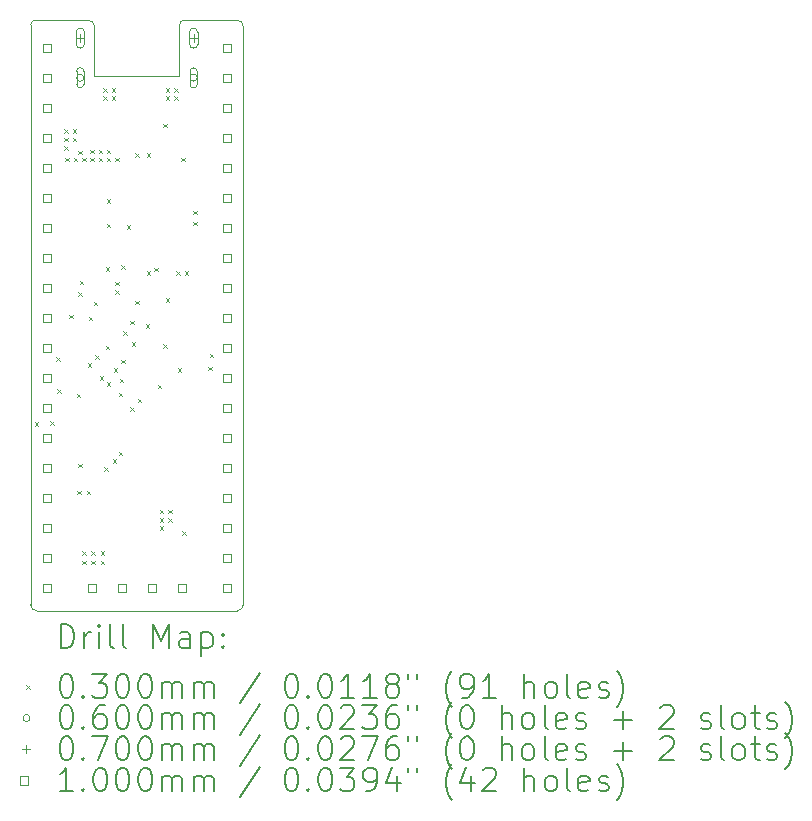
<source format=gbr>
%TF.GenerationSoftware,KiCad,Pcbnew,7.0.10*%
%TF.CreationDate,2024-01-27T03:33:38-06:00*%
%TF.ProjectId,STM32H503CBT6,53544d33-3248-4353-9033-434254362e6b,rev?*%
%TF.SameCoordinates,Original*%
%TF.FileFunction,Drillmap*%
%TF.FilePolarity,Positive*%
%FSLAX45Y45*%
G04 Gerber Fmt 4.5, Leading zero omitted, Abs format (unit mm)*
G04 Created by KiCad (PCBNEW 7.0.10) date 2024-01-27 03:33:38*
%MOMM*%
%LPD*%
G01*
G04 APERTURE LIST*
%ADD10C,0.100000*%
%ADD11C,0.200000*%
G04 APERTURE END LIST*
D10*
X9030000Y-5970000D02*
X9750000Y-5970000D01*
X8490000Y-5540000D02*
X8490000Y-10450000D01*
X10240000Y-10500000D02*
G75*
G03*
X10290000Y-10450000I0J50000D01*
G01*
X10290000Y-10450000D02*
X10290000Y-5550000D01*
X9029640Y-5550000D02*
G75*
G03*
X8979645Y-5500000I-50000J0D01*
G01*
X8530000Y-5500000D02*
G75*
G03*
X8490000Y-5540000I0J-40000D01*
G01*
X8979645Y-5500000D02*
X8530000Y-5500000D01*
X8490355Y-10449645D02*
G75*
G03*
X8540355Y-10499645I50005J5D01*
G01*
X8540000Y-10500000D02*
X10240000Y-10500000D01*
X9750000Y-5970000D02*
X9750000Y-5540000D01*
X9790284Y-5500004D02*
G75*
G03*
X9750284Y-5540000I-4J-39996D01*
G01*
X9790284Y-5500000D02*
X10239645Y-5500000D01*
X9030000Y-5550000D02*
X9030000Y-5970000D01*
X10289640Y-5550000D02*
G75*
G03*
X10239645Y-5500000I-50000J0D01*
G01*
D11*
D10*
X8525000Y-8905000D02*
X8555000Y-8935000D01*
X8555000Y-8905000D02*
X8525000Y-8935000D01*
X8655000Y-8895000D02*
X8685000Y-8925000D01*
X8685000Y-8895000D02*
X8655000Y-8925000D01*
X8705000Y-8355000D02*
X8735000Y-8385000D01*
X8735000Y-8355000D02*
X8705000Y-8385000D01*
X8715000Y-8625000D02*
X8745000Y-8655000D01*
X8745000Y-8625000D02*
X8715000Y-8655000D01*
X8775000Y-6425000D02*
X8805000Y-6455000D01*
X8805000Y-6425000D02*
X8775000Y-6455000D01*
X8775000Y-6495000D02*
X8805000Y-6525000D01*
X8805000Y-6495000D02*
X8775000Y-6525000D01*
X8775000Y-6565000D02*
X8805000Y-6595000D01*
X8805000Y-6565000D02*
X8775000Y-6595000D01*
X8785000Y-6665000D02*
X8815000Y-6695000D01*
X8815000Y-6665000D02*
X8785000Y-6695000D01*
X8815000Y-7995000D02*
X8845000Y-8025000D01*
X8845000Y-7995000D02*
X8815000Y-8025000D01*
X8845000Y-6425000D02*
X8875000Y-6455000D01*
X8875000Y-6425000D02*
X8845000Y-6455000D01*
X8845000Y-6495000D02*
X8875000Y-6525000D01*
X8875000Y-6495000D02*
X8845000Y-6525000D01*
X8855000Y-6665000D02*
X8885000Y-6695000D01*
X8885000Y-6665000D02*
X8855000Y-6695000D01*
X8882191Y-8662191D02*
X8912191Y-8692191D01*
X8912191Y-8662191D02*
X8882191Y-8692191D01*
X8885000Y-9485000D02*
X8915000Y-9515000D01*
X8915000Y-9485000D02*
X8885000Y-9515000D01*
X8895000Y-6605000D02*
X8925000Y-6635000D01*
X8925000Y-6605000D02*
X8895000Y-6635000D01*
X8895000Y-7805000D02*
X8925000Y-7835000D01*
X8925000Y-7805000D02*
X8895000Y-7835000D01*
X8895000Y-9255000D02*
X8925000Y-9285000D01*
X8925000Y-9255000D02*
X8895000Y-9285000D01*
X8905000Y-7705000D02*
X8935000Y-7735000D01*
X8935000Y-7705000D02*
X8905000Y-7735000D01*
X8925000Y-6665000D02*
X8955000Y-6695000D01*
X8955000Y-6665000D02*
X8925000Y-6695000D01*
X8925000Y-9995000D02*
X8955000Y-10025000D01*
X8955000Y-9995000D02*
X8925000Y-10025000D01*
X8925000Y-10075000D02*
X8955000Y-10105000D01*
X8955000Y-10075000D02*
X8925000Y-10105000D01*
X8965000Y-9485000D02*
X8995000Y-9515000D01*
X8995000Y-9485000D02*
X8965000Y-9515000D01*
X8975000Y-8405000D02*
X9005000Y-8435000D01*
X9005000Y-8405000D02*
X8975000Y-8435000D01*
X8981572Y-8011379D02*
X9011572Y-8041379D01*
X9011572Y-8011379D02*
X8981572Y-8041379D01*
X8995000Y-6595000D02*
X9025000Y-6625000D01*
X9025000Y-6595000D02*
X8995000Y-6625000D01*
X8995000Y-6665000D02*
X9025000Y-6695000D01*
X9025000Y-6665000D02*
X8995000Y-6695000D01*
X9005000Y-9995000D02*
X9035000Y-10025000D01*
X9035000Y-9995000D02*
X9005000Y-10025000D01*
X9005000Y-10075000D02*
X9035000Y-10105000D01*
X9035000Y-10075000D02*
X9005000Y-10105000D01*
X9025060Y-7885350D02*
X9055060Y-7915350D01*
X9055060Y-7885350D02*
X9025060Y-7915350D01*
X9035000Y-8335000D02*
X9065000Y-8365000D01*
X9065000Y-8335000D02*
X9035000Y-8365000D01*
X9065000Y-6595000D02*
X9095000Y-6625000D01*
X9095000Y-6595000D02*
X9065000Y-6625000D01*
X9065000Y-6665000D02*
X9095000Y-6695000D01*
X9095000Y-6665000D02*
X9065000Y-6695000D01*
X9075000Y-8515000D02*
X9105000Y-8545000D01*
X9105000Y-8515000D02*
X9075000Y-8545000D01*
X9085000Y-9995000D02*
X9115000Y-10025000D01*
X9115000Y-9995000D02*
X9085000Y-10025000D01*
X9085000Y-10075000D02*
X9115000Y-10105000D01*
X9115000Y-10075000D02*
X9085000Y-10105000D01*
X9105000Y-6075000D02*
X9135000Y-6105000D01*
X9135000Y-6075000D02*
X9105000Y-6105000D01*
X9105000Y-6145000D02*
X9135000Y-6175000D01*
X9135000Y-6145000D02*
X9105000Y-6175000D01*
X9115000Y-9285000D02*
X9145000Y-9315000D01*
X9145000Y-9285000D02*
X9115000Y-9315000D01*
X9125000Y-8255000D02*
X9155000Y-8285000D01*
X9155000Y-8255000D02*
X9125000Y-8285000D01*
X9127443Y-7592557D02*
X9157443Y-7622557D01*
X9157443Y-7592557D02*
X9127443Y-7622557D01*
X9135000Y-6595000D02*
X9165000Y-6625000D01*
X9165000Y-6595000D02*
X9135000Y-6625000D01*
X9135000Y-6665000D02*
X9165000Y-6695000D01*
X9165000Y-6665000D02*
X9135000Y-6695000D01*
X9135000Y-7015000D02*
X9165000Y-7045000D01*
X9165000Y-7015000D02*
X9135000Y-7045000D01*
X9135000Y-7225000D02*
X9165000Y-7255000D01*
X9165000Y-7225000D02*
X9135000Y-7255000D01*
X9135000Y-8565000D02*
X9165000Y-8595000D01*
X9165000Y-8565000D02*
X9135000Y-8595000D01*
X9175000Y-6075000D02*
X9205000Y-6105000D01*
X9205000Y-6075000D02*
X9175000Y-6105000D01*
X9175000Y-6145000D02*
X9205000Y-6175000D01*
X9205000Y-6145000D02*
X9175000Y-6175000D01*
X9185000Y-9215000D02*
X9215000Y-9245000D01*
X9215000Y-9215000D02*
X9185000Y-9245000D01*
X9195000Y-8445000D02*
X9225000Y-8475000D01*
X9225000Y-8445000D02*
X9195000Y-8475000D01*
X9205000Y-6665000D02*
X9235000Y-6695000D01*
X9235000Y-6665000D02*
X9205000Y-6695000D01*
X9205000Y-7715000D02*
X9235000Y-7745000D01*
X9235000Y-7715000D02*
X9205000Y-7745000D01*
X9205000Y-7785000D02*
X9235000Y-7815000D01*
X9235000Y-7785000D02*
X9205000Y-7815000D01*
X9235000Y-8655000D02*
X9265000Y-8685000D01*
X9265000Y-8655000D02*
X9235000Y-8685000D01*
X9235000Y-9155000D02*
X9265000Y-9185000D01*
X9265000Y-9155000D02*
X9235000Y-9185000D01*
X9245000Y-8535000D02*
X9275000Y-8565000D01*
X9275000Y-8535000D02*
X9245000Y-8565000D01*
X9255000Y-7575000D02*
X9285000Y-7605000D01*
X9285000Y-7575000D02*
X9255000Y-7605000D01*
X9255000Y-8375000D02*
X9285000Y-8405000D01*
X9285000Y-8375000D02*
X9255000Y-8405000D01*
X9275000Y-8135000D02*
X9305000Y-8165000D01*
X9305000Y-8135000D02*
X9275000Y-8165000D01*
X9305000Y-7235000D02*
X9335000Y-7265000D01*
X9335000Y-7235000D02*
X9305000Y-7265000D01*
X9335000Y-8045000D02*
X9365000Y-8075000D01*
X9365000Y-8045000D02*
X9335000Y-8075000D01*
X9335000Y-8775000D02*
X9365000Y-8805000D01*
X9365000Y-8775000D02*
X9335000Y-8805000D01*
X9345000Y-8225000D02*
X9375000Y-8255000D01*
X9375000Y-8225000D02*
X9345000Y-8255000D01*
X9375000Y-6625000D02*
X9405000Y-6655000D01*
X9405000Y-6625000D02*
X9375000Y-6655000D01*
X9375000Y-7875000D02*
X9405000Y-7905000D01*
X9405000Y-7875000D02*
X9375000Y-7905000D01*
X9395000Y-8705000D02*
X9425000Y-8735000D01*
X9425000Y-8705000D02*
X9395000Y-8735000D01*
X9465000Y-8075000D02*
X9495000Y-8105000D01*
X9495000Y-8075000D02*
X9465000Y-8105000D01*
X9475000Y-6625000D02*
X9505000Y-6655000D01*
X9505000Y-6625000D02*
X9475000Y-6655000D01*
X9475000Y-7625000D02*
X9505000Y-7655000D01*
X9505000Y-7625000D02*
X9475000Y-7655000D01*
X9535000Y-7595000D02*
X9565000Y-7625000D01*
X9565000Y-7595000D02*
X9535000Y-7625000D01*
X9565000Y-8585000D02*
X9595000Y-8615000D01*
X9595000Y-8585000D02*
X9565000Y-8615000D01*
X9585000Y-9645000D02*
X9615000Y-9675000D01*
X9615000Y-9645000D02*
X9585000Y-9675000D01*
X9585000Y-9715000D02*
X9615000Y-9745000D01*
X9615000Y-9715000D02*
X9585000Y-9745000D01*
X9585000Y-9785000D02*
X9615000Y-9815000D01*
X9615000Y-9785000D02*
X9585000Y-9815000D01*
X9615000Y-6375000D02*
X9645000Y-6405000D01*
X9645000Y-6375000D02*
X9615000Y-6405000D01*
X9615000Y-8245000D02*
X9645000Y-8275000D01*
X9645000Y-8245000D02*
X9615000Y-8275000D01*
X9635000Y-6075000D02*
X9665000Y-6105000D01*
X9665000Y-6075000D02*
X9635000Y-6105000D01*
X9635000Y-6145000D02*
X9665000Y-6175000D01*
X9665000Y-6145000D02*
X9635000Y-6175000D01*
X9635000Y-7855000D02*
X9665000Y-7885000D01*
X9665000Y-7855000D02*
X9635000Y-7885000D01*
X9655000Y-9645000D02*
X9685000Y-9675000D01*
X9685000Y-9645000D02*
X9655000Y-9675000D01*
X9655000Y-9715000D02*
X9685000Y-9745000D01*
X9685000Y-9715000D02*
X9655000Y-9745000D01*
X9705000Y-6075000D02*
X9735000Y-6105000D01*
X9735000Y-6075000D02*
X9705000Y-6105000D01*
X9705000Y-6145000D02*
X9735000Y-6175000D01*
X9735000Y-6145000D02*
X9705000Y-6175000D01*
X9725000Y-7625000D02*
X9755000Y-7655000D01*
X9755000Y-7625000D02*
X9725000Y-7655000D01*
X9735000Y-8445000D02*
X9765000Y-8475000D01*
X9765000Y-8445000D02*
X9735000Y-8475000D01*
X9765000Y-6665000D02*
X9795000Y-6695000D01*
X9795000Y-6665000D02*
X9765000Y-6695000D01*
X9775000Y-9825000D02*
X9805000Y-9855000D01*
X9805000Y-9825000D02*
X9775000Y-9855000D01*
X9795000Y-7625000D02*
X9825000Y-7655000D01*
X9825000Y-7625000D02*
X9795000Y-7655000D01*
X9865000Y-7115000D02*
X9895000Y-7145000D01*
X9895000Y-7115000D02*
X9865000Y-7145000D01*
X9865000Y-7205000D02*
X9895000Y-7235000D01*
X9895000Y-7205000D02*
X9865000Y-7235000D01*
X9995000Y-8435000D02*
X10025000Y-8465000D01*
X10025000Y-8435000D02*
X9995000Y-8465000D01*
X10005000Y-8325000D02*
X10035000Y-8355000D01*
X10035000Y-8325000D02*
X10005000Y-8355000D01*
X8940000Y-5987500D02*
G75*
G03*
X8880000Y-5987500I-30000J0D01*
G01*
X8880000Y-5987500D02*
G75*
G03*
X8940000Y-5987500I30000J0D01*
G01*
X8940000Y-6042500D02*
X8940000Y-5932500D01*
X8940000Y-5932500D02*
G75*
G03*
X8880000Y-5932500I-30000J0D01*
G01*
X8880000Y-5932500D02*
X8880000Y-6042500D01*
X8880000Y-6042500D02*
G75*
G03*
X8940000Y-6042500I30000J0D01*
G01*
X9900000Y-5987500D02*
G75*
G03*
X9840000Y-5987500I-30000J0D01*
G01*
X9840000Y-5987500D02*
G75*
G03*
X9900000Y-5987500I30000J0D01*
G01*
X9900000Y-6042500D02*
X9900000Y-5932500D01*
X9900000Y-5932500D02*
G75*
G03*
X9840000Y-5932500I-30000J0D01*
G01*
X9840000Y-5932500D02*
X9840000Y-6042500D01*
X9840000Y-6042500D02*
G75*
G03*
X9900000Y-6042500I30000J0D01*
G01*
X8910000Y-5617500D02*
X8910000Y-5687500D01*
X8875000Y-5652500D02*
X8945000Y-5652500D01*
X8945000Y-5702500D02*
X8945000Y-5602500D01*
X8945000Y-5602500D02*
G75*
G03*
X8875000Y-5602500I-35000J0D01*
G01*
X8875000Y-5602500D02*
X8875000Y-5702500D01*
X8875000Y-5702500D02*
G75*
G03*
X8945000Y-5702500I35000J0D01*
G01*
X9870000Y-5617500D02*
X9870000Y-5687500D01*
X9835000Y-5652500D02*
X9905000Y-5652500D01*
X9905000Y-5702500D02*
X9905000Y-5602500D01*
X9905000Y-5602500D02*
G75*
G03*
X9835000Y-5602500I-35000J0D01*
G01*
X9835000Y-5602500D02*
X9835000Y-5702500D01*
X9835000Y-5702500D02*
G75*
G03*
X9905000Y-5702500I35000J0D01*
G01*
X8661356Y-5773356D02*
X8661356Y-5702644D01*
X8590644Y-5702644D01*
X8590644Y-5773356D01*
X8661356Y-5773356D01*
X8661356Y-6027356D02*
X8661356Y-5956644D01*
X8590644Y-5956644D01*
X8590644Y-6027356D01*
X8661356Y-6027356D01*
X8661356Y-6281356D02*
X8661356Y-6210644D01*
X8590644Y-6210644D01*
X8590644Y-6281356D01*
X8661356Y-6281356D01*
X8661356Y-6535356D02*
X8661356Y-6464644D01*
X8590644Y-6464644D01*
X8590644Y-6535356D01*
X8661356Y-6535356D01*
X8661356Y-6789356D02*
X8661356Y-6718644D01*
X8590644Y-6718644D01*
X8590644Y-6789356D01*
X8661356Y-6789356D01*
X8661356Y-7043356D02*
X8661356Y-6972644D01*
X8590644Y-6972644D01*
X8590644Y-7043356D01*
X8661356Y-7043356D01*
X8661356Y-7297356D02*
X8661356Y-7226644D01*
X8590644Y-7226644D01*
X8590644Y-7297356D01*
X8661356Y-7297356D01*
X8661356Y-7551356D02*
X8661356Y-7480644D01*
X8590644Y-7480644D01*
X8590644Y-7551356D01*
X8661356Y-7551356D01*
X8661356Y-7805356D02*
X8661356Y-7734644D01*
X8590644Y-7734644D01*
X8590644Y-7805356D01*
X8661356Y-7805356D01*
X8661356Y-8059356D02*
X8661356Y-7988644D01*
X8590644Y-7988644D01*
X8590644Y-8059356D01*
X8661356Y-8059356D01*
X8661356Y-8313356D02*
X8661356Y-8242644D01*
X8590644Y-8242644D01*
X8590644Y-8313356D01*
X8661356Y-8313356D01*
X8661356Y-8567356D02*
X8661356Y-8496644D01*
X8590644Y-8496644D01*
X8590644Y-8567356D01*
X8661356Y-8567356D01*
X8661356Y-8821356D02*
X8661356Y-8750644D01*
X8590644Y-8750644D01*
X8590644Y-8821356D01*
X8661356Y-8821356D01*
X8661356Y-9075356D02*
X8661356Y-9004644D01*
X8590644Y-9004644D01*
X8590644Y-9075356D01*
X8661356Y-9075356D01*
X8661356Y-9329356D02*
X8661356Y-9258644D01*
X8590644Y-9258644D01*
X8590644Y-9329356D01*
X8661356Y-9329356D01*
X8661356Y-9583356D02*
X8661356Y-9512644D01*
X8590644Y-9512644D01*
X8590644Y-9583356D01*
X8661356Y-9583356D01*
X8661356Y-9837356D02*
X8661356Y-9766644D01*
X8590644Y-9766644D01*
X8590644Y-9837356D01*
X8661356Y-9837356D01*
X8661356Y-10091356D02*
X8661356Y-10020644D01*
X8590644Y-10020644D01*
X8590644Y-10091356D01*
X8661356Y-10091356D01*
X8661356Y-10345356D02*
X8661356Y-10274644D01*
X8590644Y-10274644D01*
X8590644Y-10345356D01*
X8661356Y-10345356D01*
X9043356Y-10345356D02*
X9043356Y-10274644D01*
X8972644Y-10274644D01*
X8972644Y-10345356D01*
X9043356Y-10345356D01*
X9297356Y-10345356D02*
X9297356Y-10274644D01*
X9226644Y-10274644D01*
X9226644Y-10345356D01*
X9297356Y-10345356D01*
X9551356Y-10345356D02*
X9551356Y-10274644D01*
X9480644Y-10274644D01*
X9480644Y-10345356D01*
X9551356Y-10345356D01*
X9805356Y-10345356D02*
X9805356Y-10274644D01*
X9734644Y-10274644D01*
X9734644Y-10345356D01*
X9805356Y-10345356D01*
X10185356Y-5773356D02*
X10185356Y-5702644D01*
X10114644Y-5702644D01*
X10114644Y-5773356D01*
X10185356Y-5773356D01*
X10185356Y-6027356D02*
X10185356Y-5956644D01*
X10114644Y-5956644D01*
X10114644Y-6027356D01*
X10185356Y-6027356D01*
X10185356Y-6281356D02*
X10185356Y-6210644D01*
X10114644Y-6210644D01*
X10114644Y-6281356D01*
X10185356Y-6281356D01*
X10185356Y-6535356D02*
X10185356Y-6464644D01*
X10114644Y-6464644D01*
X10114644Y-6535356D01*
X10185356Y-6535356D01*
X10185356Y-6789356D02*
X10185356Y-6718644D01*
X10114644Y-6718644D01*
X10114644Y-6789356D01*
X10185356Y-6789356D01*
X10185356Y-7043356D02*
X10185356Y-6972644D01*
X10114644Y-6972644D01*
X10114644Y-7043356D01*
X10185356Y-7043356D01*
X10185356Y-7297356D02*
X10185356Y-7226644D01*
X10114644Y-7226644D01*
X10114644Y-7297356D01*
X10185356Y-7297356D01*
X10185356Y-7551356D02*
X10185356Y-7480644D01*
X10114644Y-7480644D01*
X10114644Y-7551356D01*
X10185356Y-7551356D01*
X10185356Y-7805356D02*
X10185356Y-7734644D01*
X10114644Y-7734644D01*
X10114644Y-7805356D01*
X10185356Y-7805356D01*
X10185356Y-8059356D02*
X10185356Y-7988644D01*
X10114644Y-7988644D01*
X10114644Y-8059356D01*
X10185356Y-8059356D01*
X10185356Y-8313356D02*
X10185356Y-8242644D01*
X10114644Y-8242644D01*
X10114644Y-8313356D01*
X10185356Y-8313356D01*
X10185356Y-8567356D02*
X10185356Y-8496644D01*
X10114644Y-8496644D01*
X10114644Y-8567356D01*
X10185356Y-8567356D01*
X10185356Y-8821356D02*
X10185356Y-8750644D01*
X10114644Y-8750644D01*
X10114644Y-8821356D01*
X10185356Y-8821356D01*
X10185356Y-9075356D02*
X10185356Y-9004644D01*
X10114644Y-9004644D01*
X10114644Y-9075356D01*
X10185356Y-9075356D01*
X10185356Y-9329356D02*
X10185356Y-9258644D01*
X10114644Y-9258644D01*
X10114644Y-9329356D01*
X10185356Y-9329356D01*
X10185356Y-9583356D02*
X10185356Y-9512644D01*
X10114644Y-9512644D01*
X10114644Y-9583356D01*
X10185356Y-9583356D01*
X10185356Y-9837356D02*
X10185356Y-9766644D01*
X10114644Y-9766644D01*
X10114644Y-9837356D01*
X10185356Y-9837356D01*
X10185356Y-10091356D02*
X10185356Y-10020644D01*
X10114644Y-10020644D01*
X10114644Y-10091356D01*
X10185356Y-10091356D01*
X10185356Y-10345356D02*
X10185356Y-10274644D01*
X10114644Y-10274644D01*
X10114644Y-10345356D01*
X10185356Y-10345356D01*
D11*
X8745777Y-10816484D02*
X8745777Y-10616484D01*
X8745777Y-10616484D02*
X8793396Y-10616484D01*
X8793396Y-10616484D02*
X8821967Y-10626008D01*
X8821967Y-10626008D02*
X8841015Y-10645055D01*
X8841015Y-10645055D02*
X8850539Y-10664103D01*
X8850539Y-10664103D02*
X8860063Y-10702198D01*
X8860063Y-10702198D02*
X8860063Y-10730770D01*
X8860063Y-10730770D02*
X8850539Y-10768865D01*
X8850539Y-10768865D02*
X8841015Y-10787912D01*
X8841015Y-10787912D02*
X8821967Y-10806960D01*
X8821967Y-10806960D02*
X8793396Y-10816484D01*
X8793396Y-10816484D02*
X8745777Y-10816484D01*
X8945777Y-10816484D02*
X8945777Y-10683150D01*
X8945777Y-10721246D02*
X8955301Y-10702198D01*
X8955301Y-10702198D02*
X8964824Y-10692674D01*
X8964824Y-10692674D02*
X8983872Y-10683150D01*
X8983872Y-10683150D02*
X9002920Y-10683150D01*
X9069586Y-10816484D02*
X9069586Y-10683150D01*
X9069586Y-10616484D02*
X9060063Y-10626008D01*
X9060063Y-10626008D02*
X9069586Y-10635531D01*
X9069586Y-10635531D02*
X9079110Y-10626008D01*
X9079110Y-10626008D02*
X9069586Y-10616484D01*
X9069586Y-10616484D02*
X9069586Y-10635531D01*
X9193396Y-10816484D02*
X9174348Y-10806960D01*
X9174348Y-10806960D02*
X9164824Y-10787912D01*
X9164824Y-10787912D02*
X9164824Y-10616484D01*
X9298158Y-10816484D02*
X9279110Y-10806960D01*
X9279110Y-10806960D02*
X9269586Y-10787912D01*
X9269586Y-10787912D02*
X9269586Y-10616484D01*
X9526729Y-10816484D02*
X9526729Y-10616484D01*
X9526729Y-10616484D02*
X9593396Y-10759341D01*
X9593396Y-10759341D02*
X9660063Y-10616484D01*
X9660063Y-10616484D02*
X9660063Y-10816484D01*
X9841015Y-10816484D02*
X9841015Y-10711722D01*
X9841015Y-10711722D02*
X9831491Y-10692674D01*
X9831491Y-10692674D02*
X9812444Y-10683150D01*
X9812444Y-10683150D02*
X9774348Y-10683150D01*
X9774348Y-10683150D02*
X9755301Y-10692674D01*
X9841015Y-10806960D02*
X9821967Y-10816484D01*
X9821967Y-10816484D02*
X9774348Y-10816484D01*
X9774348Y-10816484D02*
X9755301Y-10806960D01*
X9755301Y-10806960D02*
X9745777Y-10787912D01*
X9745777Y-10787912D02*
X9745777Y-10768865D01*
X9745777Y-10768865D02*
X9755301Y-10749817D01*
X9755301Y-10749817D02*
X9774348Y-10740293D01*
X9774348Y-10740293D02*
X9821967Y-10740293D01*
X9821967Y-10740293D02*
X9841015Y-10730770D01*
X9936253Y-10683150D02*
X9936253Y-10883150D01*
X9936253Y-10692674D02*
X9955301Y-10683150D01*
X9955301Y-10683150D02*
X9993396Y-10683150D01*
X9993396Y-10683150D02*
X10012444Y-10692674D01*
X10012444Y-10692674D02*
X10021967Y-10702198D01*
X10021967Y-10702198D02*
X10031491Y-10721246D01*
X10031491Y-10721246D02*
X10031491Y-10778389D01*
X10031491Y-10778389D02*
X10021967Y-10797436D01*
X10021967Y-10797436D02*
X10012444Y-10806960D01*
X10012444Y-10806960D02*
X9993396Y-10816484D01*
X9993396Y-10816484D02*
X9955301Y-10816484D01*
X9955301Y-10816484D02*
X9936253Y-10806960D01*
X10117205Y-10797436D02*
X10126729Y-10806960D01*
X10126729Y-10806960D02*
X10117205Y-10816484D01*
X10117205Y-10816484D02*
X10107682Y-10806960D01*
X10107682Y-10806960D02*
X10117205Y-10797436D01*
X10117205Y-10797436D02*
X10117205Y-10816484D01*
X10117205Y-10692674D02*
X10126729Y-10702198D01*
X10126729Y-10702198D02*
X10117205Y-10711722D01*
X10117205Y-10711722D02*
X10107682Y-10702198D01*
X10107682Y-10702198D02*
X10117205Y-10692674D01*
X10117205Y-10692674D02*
X10117205Y-10711722D01*
D10*
X8455000Y-11130000D02*
X8485000Y-11160000D01*
X8485000Y-11130000D02*
X8455000Y-11160000D01*
D11*
X8783872Y-11036484D02*
X8802920Y-11036484D01*
X8802920Y-11036484D02*
X8821967Y-11046008D01*
X8821967Y-11046008D02*
X8831491Y-11055531D01*
X8831491Y-11055531D02*
X8841015Y-11074579D01*
X8841015Y-11074579D02*
X8850539Y-11112674D01*
X8850539Y-11112674D02*
X8850539Y-11160293D01*
X8850539Y-11160293D02*
X8841015Y-11198388D01*
X8841015Y-11198388D02*
X8831491Y-11217436D01*
X8831491Y-11217436D02*
X8821967Y-11226960D01*
X8821967Y-11226960D02*
X8802920Y-11236484D01*
X8802920Y-11236484D02*
X8783872Y-11236484D01*
X8783872Y-11236484D02*
X8764824Y-11226960D01*
X8764824Y-11226960D02*
X8755301Y-11217436D01*
X8755301Y-11217436D02*
X8745777Y-11198388D01*
X8745777Y-11198388D02*
X8736253Y-11160293D01*
X8736253Y-11160293D02*
X8736253Y-11112674D01*
X8736253Y-11112674D02*
X8745777Y-11074579D01*
X8745777Y-11074579D02*
X8755301Y-11055531D01*
X8755301Y-11055531D02*
X8764824Y-11046008D01*
X8764824Y-11046008D02*
X8783872Y-11036484D01*
X8936253Y-11217436D02*
X8945777Y-11226960D01*
X8945777Y-11226960D02*
X8936253Y-11236484D01*
X8936253Y-11236484D02*
X8926729Y-11226960D01*
X8926729Y-11226960D02*
X8936253Y-11217436D01*
X8936253Y-11217436D02*
X8936253Y-11236484D01*
X9012444Y-11036484D02*
X9136253Y-11036484D01*
X9136253Y-11036484D02*
X9069586Y-11112674D01*
X9069586Y-11112674D02*
X9098158Y-11112674D01*
X9098158Y-11112674D02*
X9117205Y-11122198D01*
X9117205Y-11122198D02*
X9126729Y-11131722D01*
X9126729Y-11131722D02*
X9136253Y-11150770D01*
X9136253Y-11150770D02*
X9136253Y-11198388D01*
X9136253Y-11198388D02*
X9126729Y-11217436D01*
X9126729Y-11217436D02*
X9117205Y-11226960D01*
X9117205Y-11226960D02*
X9098158Y-11236484D01*
X9098158Y-11236484D02*
X9041015Y-11236484D01*
X9041015Y-11236484D02*
X9021967Y-11226960D01*
X9021967Y-11226960D02*
X9012444Y-11217436D01*
X9260063Y-11036484D02*
X9279110Y-11036484D01*
X9279110Y-11036484D02*
X9298158Y-11046008D01*
X9298158Y-11046008D02*
X9307682Y-11055531D01*
X9307682Y-11055531D02*
X9317205Y-11074579D01*
X9317205Y-11074579D02*
X9326729Y-11112674D01*
X9326729Y-11112674D02*
X9326729Y-11160293D01*
X9326729Y-11160293D02*
X9317205Y-11198388D01*
X9317205Y-11198388D02*
X9307682Y-11217436D01*
X9307682Y-11217436D02*
X9298158Y-11226960D01*
X9298158Y-11226960D02*
X9279110Y-11236484D01*
X9279110Y-11236484D02*
X9260063Y-11236484D01*
X9260063Y-11236484D02*
X9241015Y-11226960D01*
X9241015Y-11226960D02*
X9231491Y-11217436D01*
X9231491Y-11217436D02*
X9221967Y-11198388D01*
X9221967Y-11198388D02*
X9212444Y-11160293D01*
X9212444Y-11160293D02*
X9212444Y-11112674D01*
X9212444Y-11112674D02*
X9221967Y-11074579D01*
X9221967Y-11074579D02*
X9231491Y-11055531D01*
X9231491Y-11055531D02*
X9241015Y-11046008D01*
X9241015Y-11046008D02*
X9260063Y-11036484D01*
X9450539Y-11036484D02*
X9469586Y-11036484D01*
X9469586Y-11036484D02*
X9488634Y-11046008D01*
X9488634Y-11046008D02*
X9498158Y-11055531D01*
X9498158Y-11055531D02*
X9507682Y-11074579D01*
X9507682Y-11074579D02*
X9517205Y-11112674D01*
X9517205Y-11112674D02*
X9517205Y-11160293D01*
X9517205Y-11160293D02*
X9507682Y-11198388D01*
X9507682Y-11198388D02*
X9498158Y-11217436D01*
X9498158Y-11217436D02*
X9488634Y-11226960D01*
X9488634Y-11226960D02*
X9469586Y-11236484D01*
X9469586Y-11236484D02*
X9450539Y-11236484D01*
X9450539Y-11236484D02*
X9431491Y-11226960D01*
X9431491Y-11226960D02*
X9421967Y-11217436D01*
X9421967Y-11217436D02*
X9412444Y-11198388D01*
X9412444Y-11198388D02*
X9402920Y-11160293D01*
X9402920Y-11160293D02*
X9402920Y-11112674D01*
X9402920Y-11112674D02*
X9412444Y-11074579D01*
X9412444Y-11074579D02*
X9421967Y-11055531D01*
X9421967Y-11055531D02*
X9431491Y-11046008D01*
X9431491Y-11046008D02*
X9450539Y-11036484D01*
X9602920Y-11236484D02*
X9602920Y-11103150D01*
X9602920Y-11122198D02*
X9612444Y-11112674D01*
X9612444Y-11112674D02*
X9631491Y-11103150D01*
X9631491Y-11103150D02*
X9660063Y-11103150D01*
X9660063Y-11103150D02*
X9679110Y-11112674D01*
X9679110Y-11112674D02*
X9688634Y-11131722D01*
X9688634Y-11131722D02*
X9688634Y-11236484D01*
X9688634Y-11131722D02*
X9698158Y-11112674D01*
X9698158Y-11112674D02*
X9717205Y-11103150D01*
X9717205Y-11103150D02*
X9745777Y-11103150D01*
X9745777Y-11103150D02*
X9764825Y-11112674D01*
X9764825Y-11112674D02*
X9774348Y-11131722D01*
X9774348Y-11131722D02*
X9774348Y-11236484D01*
X9869586Y-11236484D02*
X9869586Y-11103150D01*
X9869586Y-11122198D02*
X9879110Y-11112674D01*
X9879110Y-11112674D02*
X9898158Y-11103150D01*
X9898158Y-11103150D02*
X9926729Y-11103150D01*
X9926729Y-11103150D02*
X9945777Y-11112674D01*
X9945777Y-11112674D02*
X9955301Y-11131722D01*
X9955301Y-11131722D02*
X9955301Y-11236484D01*
X9955301Y-11131722D02*
X9964825Y-11112674D01*
X9964825Y-11112674D02*
X9983872Y-11103150D01*
X9983872Y-11103150D02*
X10012444Y-11103150D01*
X10012444Y-11103150D02*
X10031491Y-11112674D01*
X10031491Y-11112674D02*
X10041015Y-11131722D01*
X10041015Y-11131722D02*
X10041015Y-11236484D01*
X10431491Y-11026960D02*
X10260063Y-11284103D01*
X10688634Y-11036484D02*
X10707682Y-11036484D01*
X10707682Y-11036484D02*
X10726729Y-11046008D01*
X10726729Y-11046008D02*
X10736253Y-11055531D01*
X10736253Y-11055531D02*
X10745777Y-11074579D01*
X10745777Y-11074579D02*
X10755301Y-11112674D01*
X10755301Y-11112674D02*
X10755301Y-11160293D01*
X10755301Y-11160293D02*
X10745777Y-11198388D01*
X10745777Y-11198388D02*
X10736253Y-11217436D01*
X10736253Y-11217436D02*
X10726729Y-11226960D01*
X10726729Y-11226960D02*
X10707682Y-11236484D01*
X10707682Y-11236484D02*
X10688634Y-11236484D01*
X10688634Y-11236484D02*
X10669587Y-11226960D01*
X10669587Y-11226960D02*
X10660063Y-11217436D01*
X10660063Y-11217436D02*
X10650539Y-11198388D01*
X10650539Y-11198388D02*
X10641015Y-11160293D01*
X10641015Y-11160293D02*
X10641015Y-11112674D01*
X10641015Y-11112674D02*
X10650539Y-11074579D01*
X10650539Y-11074579D02*
X10660063Y-11055531D01*
X10660063Y-11055531D02*
X10669587Y-11046008D01*
X10669587Y-11046008D02*
X10688634Y-11036484D01*
X10841015Y-11217436D02*
X10850539Y-11226960D01*
X10850539Y-11226960D02*
X10841015Y-11236484D01*
X10841015Y-11236484D02*
X10831491Y-11226960D01*
X10831491Y-11226960D02*
X10841015Y-11217436D01*
X10841015Y-11217436D02*
X10841015Y-11236484D01*
X10974348Y-11036484D02*
X10993396Y-11036484D01*
X10993396Y-11036484D02*
X11012444Y-11046008D01*
X11012444Y-11046008D02*
X11021968Y-11055531D01*
X11021968Y-11055531D02*
X11031491Y-11074579D01*
X11031491Y-11074579D02*
X11041015Y-11112674D01*
X11041015Y-11112674D02*
X11041015Y-11160293D01*
X11041015Y-11160293D02*
X11031491Y-11198388D01*
X11031491Y-11198388D02*
X11021968Y-11217436D01*
X11021968Y-11217436D02*
X11012444Y-11226960D01*
X11012444Y-11226960D02*
X10993396Y-11236484D01*
X10993396Y-11236484D02*
X10974348Y-11236484D01*
X10974348Y-11236484D02*
X10955301Y-11226960D01*
X10955301Y-11226960D02*
X10945777Y-11217436D01*
X10945777Y-11217436D02*
X10936253Y-11198388D01*
X10936253Y-11198388D02*
X10926729Y-11160293D01*
X10926729Y-11160293D02*
X10926729Y-11112674D01*
X10926729Y-11112674D02*
X10936253Y-11074579D01*
X10936253Y-11074579D02*
X10945777Y-11055531D01*
X10945777Y-11055531D02*
X10955301Y-11046008D01*
X10955301Y-11046008D02*
X10974348Y-11036484D01*
X11231491Y-11236484D02*
X11117206Y-11236484D01*
X11174348Y-11236484D02*
X11174348Y-11036484D01*
X11174348Y-11036484D02*
X11155301Y-11065055D01*
X11155301Y-11065055D02*
X11136253Y-11084103D01*
X11136253Y-11084103D02*
X11117206Y-11093627D01*
X11421967Y-11236484D02*
X11307682Y-11236484D01*
X11364825Y-11236484D02*
X11364825Y-11036484D01*
X11364825Y-11036484D02*
X11345777Y-11065055D01*
X11345777Y-11065055D02*
X11326729Y-11084103D01*
X11326729Y-11084103D02*
X11307682Y-11093627D01*
X11536253Y-11122198D02*
X11517206Y-11112674D01*
X11517206Y-11112674D02*
X11507682Y-11103150D01*
X11507682Y-11103150D02*
X11498158Y-11084103D01*
X11498158Y-11084103D02*
X11498158Y-11074579D01*
X11498158Y-11074579D02*
X11507682Y-11055531D01*
X11507682Y-11055531D02*
X11517206Y-11046008D01*
X11517206Y-11046008D02*
X11536253Y-11036484D01*
X11536253Y-11036484D02*
X11574348Y-11036484D01*
X11574348Y-11036484D02*
X11593396Y-11046008D01*
X11593396Y-11046008D02*
X11602920Y-11055531D01*
X11602920Y-11055531D02*
X11612444Y-11074579D01*
X11612444Y-11074579D02*
X11612444Y-11084103D01*
X11612444Y-11084103D02*
X11602920Y-11103150D01*
X11602920Y-11103150D02*
X11593396Y-11112674D01*
X11593396Y-11112674D02*
X11574348Y-11122198D01*
X11574348Y-11122198D02*
X11536253Y-11122198D01*
X11536253Y-11122198D02*
X11517206Y-11131722D01*
X11517206Y-11131722D02*
X11507682Y-11141246D01*
X11507682Y-11141246D02*
X11498158Y-11160293D01*
X11498158Y-11160293D02*
X11498158Y-11198388D01*
X11498158Y-11198388D02*
X11507682Y-11217436D01*
X11507682Y-11217436D02*
X11517206Y-11226960D01*
X11517206Y-11226960D02*
X11536253Y-11236484D01*
X11536253Y-11236484D02*
X11574348Y-11236484D01*
X11574348Y-11236484D02*
X11593396Y-11226960D01*
X11593396Y-11226960D02*
X11602920Y-11217436D01*
X11602920Y-11217436D02*
X11612444Y-11198388D01*
X11612444Y-11198388D02*
X11612444Y-11160293D01*
X11612444Y-11160293D02*
X11602920Y-11141246D01*
X11602920Y-11141246D02*
X11593396Y-11131722D01*
X11593396Y-11131722D02*
X11574348Y-11122198D01*
X11688634Y-11036484D02*
X11688634Y-11074579D01*
X11764825Y-11036484D02*
X11764825Y-11074579D01*
X12060063Y-11312674D02*
X12050539Y-11303150D01*
X12050539Y-11303150D02*
X12031491Y-11274579D01*
X12031491Y-11274579D02*
X12021968Y-11255531D01*
X12021968Y-11255531D02*
X12012444Y-11226960D01*
X12012444Y-11226960D02*
X12002920Y-11179341D01*
X12002920Y-11179341D02*
X12002920Y-11141246D01*
X12002920Y-11141246D02*
X12012444Y-11093627D01*
X12012444Y-11093627D02*
X12021968Y-11065055D01*
X12021968Y-11065055D02*
X12031491Y-11046008D01*
X12031491Y-11046008D02*
X12050539Y-11017436D01*
X12050539Y-11017436D02*
X12060063Y-11007912D01*
X12145777Y-11236484D02*
X12183872Y-11236484D01*
X12183872Y-11236484D02*
X12202920Y-11226960D01*
X12202920Y-11226960D02*
X12212444Y-11217436D01*
X12212444Y-11217436D02*
X12231491Y-11188865D01*
X12231491Y-11188865D02*
X12241015Y-11150770D01*
X12241015Y-11150770D02*
X12241015Y-11074579D01*
X12241015Y-11074579D02*
X12231491Y-11055531D01*
X12231491Y-11055531D02*
X12221968Y-11046008D01*
X12221968Y-11046008D02*
X12202920Y-11036484D01*
X12202920Y-11036484D02*
X12164825Y-11036484D01*
X12164825Y-11036484D02*
X12145777Y-11046008D01*
X12145777Y-11046008D02*
X12136253Y-11055531D01*
X12136253Y-11055531D02*
X12126729Y-11074579D01*
X12126729Y-11074579D02*
X12126729Y-11122198D01*
X12126729Y-11122198D02*
X12136253Y-11141246D01*
X12136253Y-11141246D02*
X12145777Y-11150770D01*
X12145777Y-11150770D02*
X12164825Y-11160293D01*
X12164825Y-11160293D02*
X12202920Y-11160293D01*
X12202920Y-11160293D02*
X12221968Y-11150770D01*
X12221968Y-11150770D02*
X12231491Y-11141246D01*
X12231491Y-11141246D02*
X12241015Y-11122198D01*
X12431491Y-11236484D02*
X12317206Y-11236484D01*
X12374348Y-11236484D02*
X12374348Y-11036484D01*
X12374348Y-11036484D02*
X12355301Y-11065055D01*
X12355301Y-11065055D02*
X12336253Y-11084103D01*
X12336253Y-11084103D02*
X12317206Y-11093627D01*
X12669587Y-11236484D02*
X12669587Y-11036484D01*
X12755301Y-11236484D02*
X12755301Y-11131722D01*
X12755301Y-11131722D02*
X12745777Y-11112674D01*
X12745777Y-11112674D02*
X12726730Y-11103150D01*
X12726730Y-11103150D02*
X12698158Y-11103150D01*
X12698158Y-11103150D02*
X12679110Y-11112674D01*
X12679110Y-11112674D02*
X12669587Y-11122198D01*
X12879110Y-11236484D02*
X12860063Y-11226960D01*
X12860063Y-11226960D02*
X12850539Y-11217436D01*
X12850539Y-11217436D02*
X12841015Y-11198388D01*
X12841015Y-11198388D02*
X12841015Y-11141246D01*
X12841015Y-11141246D02*
X12850539Y-11122198D01*
X12850539Y-11122198D02*
X12860063Y-11112674D01*
X12860063Y-11112674D02*
X12879110Y-11103150D01*
X12879110Y-11103150D02*
X12907682Y-11103150D01*
X12907682Y-11103150D02*
X12926730Y-11112674D01*
X12926730Y-11112674D02*
X12936253Y-11122198D01*
X12936253Y-11122198D02*
X12945777Y-11141246D01*
X12945777Y-11141246D02*
X12945777Y-11198388D01*
X12945777Y-11198388D02*
X12936253Y-11217436D01*
X12936253Y-11217436D02*
X12926730Y-11226960D01*
X12926730Y-11226960D02*
X12907682Y-11236484D01*
X12907682Y-11236484D02*
X12879110Y-11236484D01*
X13060063Y-11236484D02*
X13041015Y-11226960D01*
X13041015Y-11226960D02*
X13031491Y-11207912D01*
X13031491Y-11207912D02*
X13031491Y-11036484D01*
X13212444Y-11226960D02*
X13193396Y-11236484D01*
X13193396Y-11236484D02*
X13155301Y-11236484D01*
X13155301Y-11236484D02*
X13136253Y-11226960D01*
X13136253Y-11226960D02*
X13126730Y-11207912D01*
X13126730Y-11207912D02*
X13126730Y-11131722D01*
X13126730Y-11131722D02*
X13136253Y-11112674D01*
X13136253Y-11112674D02*
X13155301Y-11103150D01*
X13155301Y-11103150D02*
X13193396Y-11103150D01*
X13193396Y-11103150D02*
X13212444Y-11112674D01*
X13212444Y-11112674D02*
X13221968Y-11131722D01*
X13221968Y-11131722D02*
X13221968Y-11150770D01*
X13221968Y-11150770D02*
X13126730Y-11169817D01*
X13298158Y-11226960D02*
X13317206Y-11236484D01*
X13317206Y-11236484D02*
X13355301Y-11236484D01*
X13355301Y-11236484D02*
X13374349Y-11226960D01*
X13374349Y-11226960D02*
X13383872Y-11207912D01*
X13383872Y-11207912D02*
X13383872Y-11198388D01*
X13383872Y-11198388D02*
X13374349Y-11179341D01*
X13374349Y-11179341D02*
X13355301Y-11169817D01*
X13355301Y-11169817D02*
X13326730Y-11169817D01*
X13326730Y-11169817D02*
X13307682Y-11160293D01*
X13307682Y-11160293D02*
X13298158Y-11141246D01*
X13298158Y-11141246D02*
X13298158Y-11131722D01*
X13298158Y-11131722D02*
X13307682Y-11112674D01*
X13307682Y-11112674D02*
X13326730Y-11103150D01*
X13326730Y-11103150D02*
X13355301Y-11103150D01*
X13355301Y-11103150D02*
X13374349Y-11112674D01*
X13450539Y-11312674D02*
X13460063Y-11303150D01*
X13460063Y-11303150D02*
X13479111Y-11274579D01*
X13479111Y-11274579D02*
X13488634Y-11255531D01*
X13488634Y-11255531D02*
X13498158Y-11226960D01*
X13498158Y-11226960D02*
X13507682Y-11179341D01*
X13507682Y-11179341D02*
X13507682Y-11141246D01*
X13507682Y-11141246D02*
X13498158Y-11093627D01*
X13498158Y-11093627D02*
X13488634Y-11065055D01*
X13488634Y-11065055D02*
X13479111Y-11046008D01*
X13479111Y-11046008D02*
X13460063Y-11017436D01*
X13460063Y-11017436D02*
X13450539Y-11007912D01*
D10*
X8485000Y-11409000D02*
G75*
G03*
X8425000Y-11409000I-30000J0D01*
G01*
X8425000Y-11409000D02*
G75*
G03*
X8485000Y-11409000I30000J0D01*
G01*
D11*
X8783872Y-11300484D02*
X8802920Y-11300484D01*
X8802920Y-11300484D02*
X8821967Y-11310008D01*
X8821967Y-11310008D02*
X8831491Y-11319531D01*
X8831491Y-11319531D02*
X8841015Y-11338579D01*
X8841015Y-11338579D02*
X8850539Y-11376674D01*
X8850539Y-11376674D02*
X8850539Y-11424293D01*
X8850539Y-11424293D02*
X8841015Y-11462388D01*
X8841015Y-11462388D02*
X8831491Y-11481436D01*
X8831491Y-11481436D02*
X8821967Y-11490960D01*
X8821967Y-11490960D02*
X8802920Y-11500484D01*
X8802920Y-11500484D02*
X8783872Y-11500484D01*
X8783872Y-11500484D02*
X8764824Y-11490960D01*
X8764824Y-11490960D02*
X8755301Y-11481436D01*
X8755301Y-11481436D02*
X8745777Y-11462388D01*
X8745777Y-11462388D02*
X8736253Y-11424293D01*
X8736253Y-11424293D02*
X8736253Y-11376674D01*
X8736253Y-11376674D02*
X8745777Y-11338579D01*
X8745777Y-11338579D02*
X8755301Y-11319531D01*
X8755301Y-11319531D02*
X8764824Y-11310008D01*
X8764824Y-11310008D02*
X8783872Y-11300484D01*
X8936253Y-11481436D02*
X8945777Y-11490960D01*
X8945777Y-11490960D02*
X8936253Y-11500484D01*
X8936253Y-11500484D02*
X8926729Y-11490960D01*
X8926729Y-11490960D02*
X8936253Y-11481436D01*
X8936253Y-11481436D02*
X8936253Y-11500484D01*
X9117205Y-11300484D02*
X9079110Y-11300484D01*
X9079110Y-11300484D02*
X9060063Y-11310008D01*
X9060063Y-11310008D02*
X9050539Y-11319531D01*
X9050539Y-11319531D02*
X9031491Y-11348103D01*
X9031491Y-11348103D02*
X9021967Y-11386198D01*
X9021967Y-11386198D02*
X9021967Y-11462388D01*
X9021967Y-11462388D02*
X9031491Y-11481436D01*
X9031491Y-11481436D02*
X9041015Y-11490960D01*
X9041015Y-11490960D02*
X9060063Y-11500484D01*
X9060063Y-11500484D02*
X9098158Y-11500484D01*
X9098158Y-11500484D02*
X9117205Y-11490960D01*
X9117205Y-11490960D02*
X9126729Y-11481436D01*
X9126729Y-11481436D02*
X9136253Y-11462388D01*
X9136253Y-11462388D02*
X9136253Y-11414769D01*
X9136253Y-11414769D02*
X9126729Y-11395722D01*
X9126729Y-11395722D02*
X9117205Y-11386198D01*
X9117205Y-11386198D02*
X9098158Y-11376674D01*
X9098158Y-11376674D02*
X9060063Y-11376674D01*
X9060063Y-11376674D02*
X9041015Y-11386198D01*
X9041015Y-11386198D02*
X9031491Y-11395722D01*
X9031491Y-11395722D02*
X9021967Y-11414769D01*
X9260063Y-11300484D02*
X9279110Y-11300484D01*
X9279110Y-11300484D02*
X9298158Y-11310008D01*
X9298158Y-11310008D02*
X9307682Y-11319531D01*
X9307682Y-11319531D02*
X9317205Y-11338579D01*
X9317205Y-11338579D02*
X9326729Y-11376674D01*
X9326729Y-11376674D02*
X9326729Y-11424293D01*
X9326729Y-11424293D02*
X9317205Y-11462388D01*
X9317205Y-11462388D02*
X9307682Y-11481436D01*
X9307682Y-11481436D02*
X9298158Y-11490960D01*
X9298158Y-11490960D02*
X9279110Y-11500484D01*
X9279110Y-11500484D02*
X9260063Y-11500484D01*
X9260063Y-11500484D02*
X9241015Y-11490960D01*
X9241015Y-11490960D02*
X9231491Y-11481436D01*
X9231491Y-11481436D02*
X9221967Y-11462388D01*
X9221967Y-11462388D02*
X9212444Y-11424293D01*
X9212444Y-11424293D02*
X9212444Y-11376674D01*
X9212444Y-11376674D02*
X9221967Y-11338579D01*
X9221967Y-11338579D02*
X9231491Y-11319531D01*
X9231491Y-11319531D02*
X9241015Y-11310008D01*
X9241015Y-11310008D02*
X9260063Y-11300484D01*
X9450539Y-11300484D02*
X9469586Y-11300484D01*
X9469586Y-11300484D02*
X9488634Y-11310008D01*
X9488634Y-11310008D02*
X9498158Y-11319531D01*
X9498158Y-11319531D02*
X9507682Y-11338579D01*
X9507682Y-11338579D02*
X9517205Y-11376674D01*
X9517205Y-11376674D02*
X9517205Y-11424293D01*
X9517205Y-11424293D02*
X9507682Y-11462388D01*
X9507682Y-11462388D02*
X9498158Y-11481436D01*
X9498158Y-11481436D02*
X9488634Y-11490960D01*
X9488634Y-11490960D02*
X9469586Y-11500484D01*
X9469586Y-11500484D02*
X9450539Y-11500484D01*
X9450539Y-11500484D02*
X9431491Y-11490960D01*
X9431491Y-11490960D02*
X9421967Y-11481436D01*
X9421967Y-11481436D02*
X9412444Y-11462388D01*
X9412444Y-11462388D02*
X9402920Y-11424293D01*
X9402920Y-11424293D02*
X9402920Y-11376674D01*
X9402920Y-11376674D02*
X9412444Y-11338579D01*
X9412444Y-11338579D02*
X9421967Y-11319531D01*
X9421967Y-11319531D02*
X9431491Y-11310008D01*
X9431491Y-11310008D02*
X9450539Y-11300484D01*
X9602920Y-11500484D02*
X9602920Y-11367150D01*
X9602920Y-11386198D02*
X9612444Y-11376674D01*
X9612444Y-11376674D02*
X9631491Y-11367150D01*
X9631491Y-11367150D02*
X9660063Y-11367150D01*
X9660063Y-11367150D02*
X9679110Y-11376674D01*
X9679110Y-11376674D02*
X9688634Y-11395722D01*
X9688634Y-11395722D02*
X9688634Y-11500484D01*
X9688634Y-11395722D02*
X9698158Y-11376674D01*
X9698158Y-11376674D02*
X9717205Y-11367150D01*
X9717205Y-11367150D02*
X9745777Y-11367150D01*
X9745777Y-11367150D02*
X9764825Y-11376674D01*
X9764825Y-11376674D02*
X9774348Y-11395722D01*
X9774348Y-11395722D02*
X9774348Y-11500484D01*
X9869586Y-11500484D02*
X9869586Y-11367150D01*
X9869586Y-11386198D02*
X9879110Y-11376674D01*
X9879110Y-11376674D02*
X9898158Y-11367150D01*
X9898158Y-11367150D02*
X9926729Y-11367150D01*
X9926729Y-11367150D02*
X9945777Y-11376674D01*
X9945777Y-11376674D02*
X9955301Y-11395722D01*
X9955301Y-11395722D02*
X9955301Y-11500484D01*
X9955301Y-11395722D02*
X9964825Y-11376674D01*
X9964825Y-11376674D02*
X9983872Y-11367150D01*
X9983872Y-11367150D02*
X10012444Y-11367150D01*
X10012444Y-11367150D02*
X10031491Y-11376674D01*
X10031491Y-11376674D02*
X10041015Y-11395722D01*
X10041015Y-11395722D02*
X10041015Y-11500484D01*
X10431491Y-11290960D02*
X10260063Y-11548103D01*
X10688634Y-11300484D02*
X10707682Y-11300484D01*
X10707682Y-11300484D02*
X10726729Y-11310008D01*
X10726729Y-11310008D02*
X10736253Y-11319531D01*
X10736253Y-11319531D02*
X10745777Y-11338579D01*
X10745777Y-11338579D02*
X10755301Y-11376674D01*
X10755301Y-11376674D02*
X10755301Y-11424293D01*
X10755301Y-11424293D02*
X10745777Y-11462388D01*
X10745777Y-11462388D02*
X10736253Y-11481436D01*
X10736253Y-11481436D02*
X10726729Y-11490960D01*
X10726729Y-11490960D02*
X10707682Y-11500484D01*
X10707682Y-11500484D02*
X10688634Y-11500484D01*
X10688634Y-11500484D02*
X10669587Y-11490960D01*
X10669587Y-11490960D02*
X10660063Y-11481436D01*
X10660063Y-11481436D02*
X10650539Y-11462388D01*
X10650539Y-11462388D02*
X10641015Y-11424293D01*
X10641015Y-11424293D02*
X10641015Y-11376674D01*
X10641015Y-11376674D02*
X10650539Y-11338579D01*
X10650539Y-11338579D02*
X10660063Y-11319531D01*
X10660063Y-11319531D02*
X10669587Y-11310008D01*
X10669587Y-11310008D02*
X10688634Y-11300484D01*
X10841015Y-11481436D02*
X10850539Y-11490960D01*
X10850539Y-11490960D02*
X10841015Y-11500484D01*
X10841015Y-11500484D02*
X10831491Y-11490960D01*
X10831491Y-11490960D02*
X10841015Y-11481436D01*
X10841015Y-11481436D02*
X10841015Y-11500484D01*
X10974348Y-11300484D02*
X10993396Y-11300484D01*
X10993396Y-11300484D02*
X11012444Y-11310008D01*
X11012444Y-11310008D02*
X11021968Y-11319531D01*
X11021968Y-11319531D02*
X11031491Y-11338579D01*
X11031491Y-11338579D02*
X11041015Y-11376674D01*
X11041015Y-11376674D02*
X11041015Y-11424293D01*
X11041015Y-11424293D02*
X11031491Y-11462388D01*
X11031491Y-11462388D02*
X11021968Y-11481436D01*
X11021968Y-11481436D02*
X11012444Y-11490960D01*
X11012444Y-11490960D02*
X10993396Y-11500484D01*
X10993396Y-11500484D02*
X10974348Y-11500484D01*
X10974348Y-11500484D02*
X10955301Y-11490960D01*
X10955301Y-11490960D02*
X10945777Y-11481436D01*
X10945777Y-11481436D02*
X10936253Y-11462388D01*
X10936253Y-11462388D02*
X10926729Y-11424293D01*
X10926729Y-11424293D02*
X10926729Y-11376674D01*
X10926729Y-11376674D02*
X10936253Y-11338579D01*
X10936253Y-11338579D02*
X10945777Y-11319531D01*
X10945777Y-11319531D02*
X10955301Y-11310008D01*
X10955301Y-11310008D02*
X10974348Y-11300484D01*
X11117206Y-11319531D02*
X11126729Y-11310008D01*
X11126729Y-11310008D02*
X11145777Y-11300484D01*
X11145777Y-11300484D02*
X11193396Y-11300484D01*
X11193396Y-11300484D02*
X11212444Y-11310008D01*
X11212444Y-11310008D02*
X11221967Y-11319531D01*
X11221967Y-11319531D02*
X11231491Y-11338579D01*
X11231491Y-11338579D02*
X11231491Y-11357627D01*
X11231491Y-11357627D02*
X11221967Y-11386198D01*
X11221967Y-11386198D02*
X11107682Y-11500484D01*
X11107682Y-11500484D02*
X11231491Y-11500484D01*
X11298158Y-11300484D02*
X11421967Y-11300484D01*
X11421967Y-11300484D02*
X11355301Y-11376674D01*
X11355301Y-11376674D02*
X11383872Y-11376674D01*
X11383872Y-11376674D02*
X11402920Y-11386198D01*
X11402920Y-11386198D02*
X11412444Y-11395722D01*
X11412444Y-11395722D02*
X11421967Y-11414769D01*
X11421967Y-11414769D02*
X11421967Y-11462388D01*
X11421967Y-11462388D02*
X11412444Y-11481436D01*
X11412444Y-11481436D02*
X11402920Y-11490960D01*
X11402920Y-11490960D02*
X11383872Y-11500484D01*
X11383872Y-11500484D02*
X11326729Y-11500484D01*
X11326729Y-11500484D02*
X11307682Y-11490960D01*
X11307682Y-11490960D02*
X11298158Y-11481436D01*
X11593396Y-11300484D02*
X11555301Y-11300484D01*
X11555301Y-11300484D02*
X11536253Y-11310008D01*
X11536253Y-11310008D02*
X11526729Y-11319531D01*
X11526729Y-11319531D02*
X11507682Y-11348103D01*
X11507682Y-11348103D02*
X11498158Y-11386198D01*
X11498158Y-11386198D02*
X11498158Y-11462388D01*
X11498158Y-11462388D02*
X11507682Y-11481436D01*
X11507682Y-11481436D02*
X11517206Y-11490960D01*
X11517206Y-11490960D02*
X11536253Y-11500484D01*
X11536253Y-11500484D02*
X11574348Y-11500484D01*
X11574348Y-11500484D02*
X11593396Y-11490960D01*
X11593396Y-11490960D02*
X11602920Y-11481436D01*
X11602920Y-11481436D02*
X11612444Y-11462388D01*
X11612444Y-11462388D02*
X11612444Y-11414769D01*
X11612444Y-11414769D02*
X11602920Y-11395722D01*
X11602920Y-11395722D02*
X11593396Y-11386198D01*
X11593396Y-11386198D02*
X11574348Y-11376674D01*
X11574348Y-11376674D02*
X11536253Y-11376674D01*
X11536253Y-11376674D02*
X11517206Y-11386198D01*
X11517206Y-11386198D02*
X11507682Y-11395722D01*
X11507682Y-11395722D02*
X11498158Y-11414769D01*
X11688634Y-11300484D02*
X11688634Y-11338579D01*
X11764825Y-11300484D02*
X11764825Y-11338579D01*
X12060063Y-11576674D02*
X12050539Y-11567150D01*
X12050539Y-11567150D02*
X12031491Y-11538579D01*
X12031491Y-11538579D02*
X12021968Y-11519531D01*
X12021968Y-11519531D02*
X12012444Y-11490960D01*
X12012444Y-11490960D02*
X12002920Y-11443341D01*
X12002920Y-11443341D02*
X12002920Y-11405246D01*
X12002920Y-11405246D02*
X12012444Y-11357627D01*
X12012444Y-11357627D02*
X12021968Y-11329055D01*
X12021968Y-11329055D02*
X12031491Y-11310008D01*
X12031491Y-11310008D02*
X12050539Y-11281436D01*
X12050539Y-11281436D02*
X12060063Y-11271912D01*
X12174348Y-11300484D02*
X12193396Y-11300484D01*
X12193396Y-11300484D02*
X12212444Y-11310008D01*
X12212444Y-11310008D02*
X12221968Y-11319531D01*
X12221968Y-11319531D02*
X12231491Y-11338579D01*
X12231491Y-11338579D02*
X12241015Y-11376674D01*
X12241015Y-11376674D02*
X12241015Y-11424293D01*
X12241015Y-11424293D02*
X12231491Y-11462388D01*
X12231491Y-11462388D02*
X12221968Y-11481436D01*
X12221968Y-11481436D02*
X12212444Y-11490960D01*
X12212444Y-11490960D02*
X12193396Y-11500484D01*
X12193396Y-11500484D02*
X12174348Y-11500484D01*
X12174348Y-11500484D02*
X12155301Y-11490960D01*
X12155301Y-11490960D02*
X12145777Y-11481436D01*
X12145777Y-11481436D02*
X12136253Y-11462388D01*
X12136253Y-11462388D02*
X12126729Y-11424293D01*
X12126729Y-11424293D02*
X12126729Y-11376674D01*
X12126729Y-11376674D02*
X12136253Y-11338579D01*
X12136253Y-11338579D02*
X12145777Y-11319531D01*
X12145777Y-11319531D02*
X12155301Y-11310008D01*
X12155301Y-11310008D02*
X12174348Y-11300484D01*
X12479110Y-11500484D02*
X12479110Y-11300484D01*
X12564825Y-11500484D02*
X12564825Y-11395722D01*
X12564825Y-11395722D02*
X12555301Y-11376674D01*
X12555301Y-11376674D02*
X12536253Y-11367150D01*
X12536253Y-11367150D02*
X12507682Y-11367150D01*
X12507682Y-11367150D02*
X12488634Y-11376674D01*
X12488634Y-11376674D02*
X12479110Y-11386198D01*
X12688634Y-11500484D02*
X12669587Y-11490960D01*
X12669587Y-11490960D02*
X12660063Y-11481436D01*
X12660063Y-11481436D02*
X12650539Y-11462388D01*
X12650539Y-11462388D02*
X12650539Y-11405246D01*
X12650539Y-11405246D02*
X12660063Y-11386198D01*
X12660063Y-11386198D02*
X12669587Y-11376674D01*
X12669587Y-11376674D02*
X12688634Y-11367150D01*
X12688634Y-11367150D02*
X12717206Y-11367150D01*
X12717206Y-11367150D02*
X12736253Y-11376674D01*
X12736253Y-11376674D02*
X12745777Y-11386198D01*
X12745777Y-11386198D02*
X12755301Y-11405246D01*
X12755301Y-11405246D02*
X12755301Y-11462388D01*
X12755301Y-11462388D02*
X12745777Y-11481436D01*
X12745777Y-11481436D02*
X12736253Y-11490960D01*
X12736253Y-11490960D02*
X12717206Y-11500484D01*
X12717206Y-11500484D02*
X12688634Y-11500484D01*
X12869587Y-11500484D02*
X12850539Y-11490960D01*
X12850539Y-11490960D02*
X12841015Y-11471912D01*
X12841015Y-11471912D02*
X12841015Y-11300484D01*
X13021968Y-11490960D02*
X13002920Y-11500484D01*
X13002920Y-11500484D02*
X12964825Y-11500484D01*
X12964825Y-11500484D02*
X12945777Y-11490960D01*
X12945777Y-11490960D02*
X12936253Y-11471912D01*
X12936253Y-11471912D02*
X12936253Y-11395722D01*
X12936253Y-11395722D02*
X12945777Y-11376674D01*
X12945777Y-11376674D02*
X12964825Y-11367150D01*
X12964825Y-11367150D02*
X13002920Y-11367150D01*
X13002920Y-11367150D02*
X13021968Y-11376674D01*
X13021968Y-11376674D02*
X13031491Y-11395722D01*
X13031491Y-11395722D02*
X13031491Y-11414769D01*
X13031491Y-11414769D02*
X12936253Y-11433817D01*
X13107682Y-11490960D02*
X13126730Y-11500484D01*
X13126730Y-11500484D02*
X13164825Y-11500484D01*
X13164825Y-11500484D02*
X13183872Y-11490960D01*
X13183872Y-11490960D02*
X13193396Y-11471912D01*
X13193396Y-11471912D02*
X13193396Y-11462388D01*
X13193396Y-11462388D02*
X13183872Y-11443341D01*
X13183872Y-11443341D02*
X13164825Y-11433817D01*
X13164825Y-11433817D02*
X13136253Y-11433817D01*
X13136253Y-11433817D02*
X13117206Y-11424293D01*
X13117206Y-11424293D02*
X13107682Y-11405246D01*
X13107682Y-11405246D02*
X13107682Y-11395722D01*
X13107682Y-11395722D02*
X13117206Y-11376674D01*
X13117206Y-11376674D02*
X13136253Y-11367150D01*
X13136253Y-11367150D02*
X13164825Y-11367150D01*
X13164825Y-11367150D02*
X13183872Y-11376674D01*
X13431492Y-11424293D02*
X13583873Y-11424293D01*
X13507682Y-11500484D02*
X13507682Y-11348103D01*
X13821968Y-11319531D02*
X13831492Y-11310008D01*
X13831492Y-11310008D02*
X13850539Y-11300484D01*
X13850539Y-11300484D02*
X13898158Y-11300484D01*
X13898158Y-11300484D02*
X13917206Y-11310008D01*
X13917206Y-11310008D02*
X13926730Y-11319531D01*
X13926730Y-11319531D02*
X13936253Y-11338579D01*
X13936253Y-11338579D02*
X13936253Y-11357627D01*
X13936253Y-11357627D02*
X13926730Y-11386198D01*
X13926730Y-11386198D02*
X13812444Y-11500484D01*
X13812444Y-11500484D02*
X13936253Y-11500484D01*
X14164825Y-11490960D02*
X14183873Y-11500484D01*
X14183873Y-11500484D02*
X14221968Y-11500484D01*
X14221968Y-11500484D02*
X14241015Y-11490960D01*
X14241015Y-11490960D02*
X14250539Y-11471912D01*
X14250539Y-11471912D02*
X14250539Y-11462388D01*
X14250539Y-11462388D02*
X14241015Y-11443341D01*
X14241015Y-11443341D02*
X14221968Y-11433817D01*
X14221968Y-11433817D02*
X14193396Y-11433817D01*
X14193396Y-11433817D02*
X14174349Y-11424293D01*
X14174349Y-11424293D02*
X14164825Y-11405246D01*
X14164825Y-11405246D02*
X14164825Y-11395722D01*
X14164825Y-11395722D02*
X14174349Y-11376674D01*
X14174349Y-11376674D02*
X14193396Y-11367150D01*
X14193396Y-11367150D02*
X14221968Y-11367150D01*
X14221968Y-11367150D02*
X14241015Y-11376674D01*
X14364825Y-11500484D02*
X14345777Y-11490960D01*
X14345777Y-11490960D02*
X14336254Y-11471912D01*
X14336254Y-11471912D02*
X14336254Y-11300484D01*
X14469587Y-11500484D02*
X14450539Y-11490960D01*
X14450539Y-11490960D02*
X14441015Y-11481436D01*
X14441015Y-11481436D02*
X14431492Y-11462388D01*
X14431492Y-11462388D02*
X14431492Y-11405246D01*
X14431492Y-11405246D02*
X14441015Y-11386198D01*
X14441015Y-11386198D02*
X14450539Y-11376674D01*
X14450539Y-11376674D02*
X14469587Y-11367150D01*
X14469587Y-11367150D02*
X14498158Y-11367150D01*
X14498158Y-11367150D02*
X14517206Y-11376674D01*
X14517206Y-11376674D02*
X14526730Y-11386198D01*
X14526730Y-11386198D02*
X14536254Y-11405246D01*
X14536254Y-11405246D02*
X14536254Y-11462388D01*
X14536254Y-11462388D02*
X14526730Y-11481436D01*
X14526730Y-11481436D02*
X14517206Y-11490960D01*
X14517206Y-11490960D02*
X14498158Y-11500484D01*
X14498158Y-11500484D02*
X14469587Y-11500484D01*
X14593396Y-11367150D02*
X14669587Y-11367150D01*
X14621968Y-11300484D02*
X14621968Y-11471912D01*
X14621968Y-11471912D02*
X14631492Y-11490960D01*
X14631492Y-11490960D02*
X14650539Y-11500484D01*
X14650539Y-11500484D02*
X14669587Y-11500484D01*
X14726730Y-11490960D02*
X14745777Y-11500484D01*
X14745777Y-11500484D02*
X14783873Y-11500484D01*
X14783873Y-11500484D02*
X14802920Y-11490960D01*
X14802920Y-11490960D02*
X14812444Y-11471912D01*
X14812444Y-11471912D02*
X14812444Y-11462388D01*
X14812444Y-11462388D02*
X14802920Y-11443341D01*
X14802920Y-11443341D02*
X14783873Y-11433817D01*
X14783873Y-11433817D02*
X14755301Y-11433817D01*
X14755301Y-11433817D02*
X14736254Y-11424293D01*
X14736254Y-11424293D02*
X14726730Y-11405246D01*
X14726730Y-11405246D02*
X14726730Y-11395722D01*
X14726730Y-11395722D02*
X14736254Y-11376674D01*
X14736254Y-11376674D02*
X14755301Y-11367150D01*
X14755301Y-11367150D02*
X14783873Y-11367150D01*
X14783873Y-11367150D02*
X14802920Y-11376674D01*
X14879111Y-11576674D02*
X14888635Y-11567150D01*
X14888635Y-11567150D02*
X14907682Y-11538579D01*
X14907682Y-11538579D02*
X14917206Y-11519531D01*
X14917206Y-11519531D02*
X14926730Y-11490960D01*
X14926730Y-11490960D02*
X14936254Y-11443341D01*
X14936254Y-11443341D02*
X14936254Y-11405246D01*
X14936254Y-11405246D02*
X14926730Y-11357627D01*
X14926730Y-11357627D02*
X14917206Y-11329055D01*
X14917206Y-11329055D02*
X14907682Y-11310008D01*
X14907682Y-11310008D02*
X14888635Y-11281436D01*
X14888635Y-11281436D02*
X14879111Y-11271912D01*
D10*
X8450000Y-11638000D02*
X8450000Y-11708000D01*
X8415000Y-11673000D02*
X8485000Y-11673000D01*
D11*
X8783872Y-11564484D02*
X8802920Y-11564484D01*
X8802920Y-11564484D02*
X8821967Y-11574008D01*
X8821967Y-11574008D02*
X8831491Y-11583531D01*
X8831491Y-11583531D02*
X8841015Y-11602579D01*
X8841015Y-11602579D02*
X8850539Y-11640674D01*
X8850539Y-11640674D02*
X8850539Y-11688293D01*
X8850539Y-11688293D02*
X8841015Y-11726388D01*
X8841015Y-11726388D02*
X8831491Y-11745436D01*
X8831491Y-11745436D02*
X8821967Y-11754960D01*
X8821967Y-11754960D02*
X8802920Y-11764484D01*
X8802920Y-11764484D02*
X8783872Y-11764484D01*
X8783872Y-11764484D02*
X8764824Y-11754960D01*
X8764824Y-11754960D02*
X8755301Y-11745436D01*
X8755301Y-11745436D02*
X8745777Y-11726388D01*
X8745777Y-11726388D02*
X8736253Y-11688293D01*
X8736253Y-11688293D02*
X8736253Y-11640674D01*
X8736253Y-11640674D02*
X8745777Y-11602579D01*
X8745777Y-11602579D02*
X8755301Y-11583531D01*
X8755301Y-11583531D02*
X8764824Y-11574008D01*
X8764824Y-11574008D02*
X8783872Y-11564484D01*
X8936253Y-11745436D02*
X8945777Y-11754960D01*
X8945777Y-11754960D02*
X8936253Y-11764484D01*
X8936253Y-11764484D02*
X8926729Y-11754960D01*
X8926729Y-11754960D02*
X8936253Y-11745436D01*
X8936253Y-11745436D02*
X8936253Y-11764484D01*
X9012444Y-11564484D02*
X9145777Y-11564484D01*
X9145777Y-11564484D02*
X9060063Y-11764484D01*
X9260063Y-11564484D02*
X9279110Y-11564484D01*
X9279110Y-11564484D02*
X9298158Y-11574008D01*
X9298158Y-11574008D02*
X9307682Y-11583531D01*
X9307682Y-11583531D02*
X9317205Y-11602579D01*
X9317205Y-11602579D02*
X9326729Y-11640674D01*
X9326729Y-11640674D02*
X9326729Y-11688293D01*
X9326729Y-11688293D02*
X9317205Y-11726388D01*
X9317205Y-11726388D02*
X9307682Y-11745436D01*
X9307682Y-11745436D02*
X9298158Y-11754960D01*
X9298158Y-11754960D02*
X9279110Y-11764484D01*
X9279110Y-11764484D02*
X9260063Y-11764484D01*
X9260063Y-11764484D02*
X9241015Y-11754960D01*
X9241015Y-11754960D02*
X9231491Y-11745436D01*
X9231491Y-11745436D02*
X9221967Y-11726388D01*
X9221967Y-11726388D02*
X9212444Y-11688293D01*
X9212444Y-11688293D02*
X9212444Y-11640674D01*
X9212444Y-11640674D02*
X9221967Y-11602579D01*
X9221967Y-11602579D02*
X9231491Y-11583531D01*
X9231491Y-11583531D02*
X9241015Y-11574008D01*
X9241015Y-11574008D02*
X9260063Y-11564484D01*
X9450539Y-11564484D02*
X9469586Y-11564484D01*
X9469586Y-11564484D02*
X9488634Y-11574008D01*
X9488634Y-11574008D02*
X9498158Y-11583531D01*
X9498158Y-11583531D02*
X9507682Y-11602579D01*
X9507682Y-11602579D02*
X9517205Y-11640674D01*
X9517205Y-11640674D02*
X9517205Y-11688293D01*
X9517205Y-11688293D02*
X9507682Y-11726388D01*
X9507682Y-11726388D02*
X9498158Y-11745436D01*
X9498158Y-11745436D02*
X9488634Y-11754960D01*
X9488634Y-11754960D02*
X9469586Y-11764484D01*
X9469586Y-11764484D02*
X9450539Y-11764484D01*
X9450539Y-11764484D02*
X9431491Y-11754960D01*
X9431491Y-11754960D02*
X9421967Y-11745436D01*
X9421967Y-11745436D02*
X9412444Y-11726388D01*
X9412444Y-11726388D02*
X9402920Y-11688293D01*
X9402920Y-11688293D02*
X9402920Y-11640674D01*
X9402920Y-11640674D02*
X9412444Y-11602579D01*
X9412444Y-11602579D02*
X9421967Y-11583531D01*
X9421967Y-11583531D02*
X9431491Y-11574008D01*
X9431491Y-11574008D02*
X9450539Y-11564484D01*
X9602920Y-11764484D02*
X9602920Y-11631150D01*
X9602920Y-11650198D02*
X9612444Y-11640674D01*
X9612444Y-11640674D02*
X9631491Y-11631150D01*
X9631491Y-11631150D02*
X9660063Y-11631150D01*
X9660063Y-11631150D02*
X9679110Y-11640674D01*
X9679110Y-11640674D02*
X9688634Y-11659722D01*
X9688634Y-11659722D02*
X9688634Y-11764484D01*
X9688634Y-11659722D02*
X9698158Y-11640674D01*
X9698158Y-11640674D02*
X9717205Y-11631150D01*
X9717205Y-11631150D02*
X9745777Y-11631150D01*
X9745777Y-11631150D02*
X9764825Y-11640674D01*
X9764825Y-11640674D02*
X9774348Y-11659722D01*
X9774348Y-11659722D02*
X9774348Y-11764484D01*
X9869586Y-11764484D02*
X9869586Y-11631150D01*
X9869586Y-11650198D02*
X9879110Y-11640674D01*
X9879110Y-11640674D02*
X9898158Y-11631150D01*
X9898158Y-11631150D02*
X9926729Y-11631150D01*
X9926729Y-11631150D02*
X9945777Y-11640674D01*
X9945777Y-11640674D02*
X9955301Y-11659722D01*
X9955301Y-11659722D02*
X9955301Y-11764484D01*
X9955301Y-11659722D02*
X9964825Y-11640674D01*
X9964825Y-11640674D02*
X9983872Y-11631150D01*
X9983872Y-11631150D02*
X10012444Y-11631150D01*
X10012444Y-11631150D02*
X10031491Y-11640674D01*
X10031491Y-11640674D02*
X10041015Y-11659722D01*
X10041015Y-11659722D02*
X10041015Y-11764484D01*
X10431491Y-11554960D02*
X10260063Y-11812103D01*
X10688634Y-11564484D02*
X10707682Y-11564484D01*
X10707682Y-11564484D02*
X10726729Y-11574008D01*
X10726729Y-11574008D02*
X10736253Y-11583531D01*
X10736253Y-11583531D02*
X10745777Y-11602579D01*
X10745777Y-11602579D02*
X10755301Y-11640674D01*
X10755301Y-11640674D02*
X10755301Y-11688293D01*
X10755301Y-11688293D02*
X10745777Y-11726388D01*
X10745777Y-11726388D02*
X10736253Y-11745436D01*
X10736253Y-11745436D02*
X10726729Y-11754960D01*
X10726729Y-11754960D02*
X10707682Y-11764484D01*
X10707682Y-11764484D02*
X10688634Y-11764484D01*
X10688634Y-11764484D02*
X10669587Y-11754960D01*
X10669587Y-11754960D02*
X10660063Y-11745436D01*
X10660063Y-11745436D02*
X10650539Y-11726388D01*
X10650539Y-11726388D02*
X10641015Y-11688293D01*
X10641015Y-11688293D02*
X10641015Y-11640674D01*
X10641015Y-11640674D02*
X10650539Y-11602579D01*
X10650539Y-11602579D02*
X10660063Y-11583531D01*
X10660063Y-11583531D02*
X10669587Y-11574008D01*
X10669587Y-11574008D02*
X10688634Y-11564484D01*
X10841015Y-11745436D02*
X10850539Y-11754960D01*
X10850539Y-11754960D02*
X10841015Y-11764484D01*
X10841015Y-11764484D02*
X10831491Y-11754960D01*
X10831491Y-11754960D02*
X10841015Y-11745436D01*
X10841015Y-11745436D02*
X10841015Y-11764484D01*
X10974348Y-11564484D02*
X10993396Y-11564484D01*
X10993396Y-11564484D02*
X11012444Y-11574008D01*
X11012444Y-11574008D02*
X11021968Y-11583531D01*
X11021968Y-11583531D02*
X11031491Y-11602579D01*
X11031491Y-11602579D02*
X11041015Y-11640674D01*
X11041015Y-11640674D02*
X11041015Y-11688293D01*
X11041015Y-11688293D02*
X11031491Y-11726388D01*
X11031491Y-11726388D02*
X11021968Y-11745436D01*
X11021968Y-11745436D02*
X11012444Y-11754960D01*
X11012444Y-11754960D02*
X10993396Y-11764484D01*
X10993396Y-11764484D02*
X10974348Y-11764484D01*
X10974348Y-11764484D02*
X10955301Y-11754960D01*
X10955301Y-11754960D02*
X10945777Y-11745436D01*
X10945777Y-11745436D02*
X10936253Y-11726388D01*
X10936253Y-11726388D02*
X10926729Y-11688293D01*
X10926729Y-11688293D02*
X10926729Y-11640674D01*
X10926729Y-11640674D02*
X10936253Y-11602579D01*
X10936253Y-11602579D02*
X10945777Y-11583531D01*
X10945777Y-11583531D02*
X10955301Y-11574008D01*
X10955301Y-11574008D02*
X10974348Y-11564484D01*
X11117206Y-11583531D02*
X11126729Y-11574008D01*
X11126729Y-11574008D02*
X11145777Y-11564484D01*
X11145777Y-11564484D02*
X11193396Y-11564484D01*
X11193396Y-11564484D02*
X11212444Y-11574008D01*
X11212444Y-11574008D02*
X11221967Y-11583531D01*
X11221967Y-11583531D02*
X11231491Y-11602579D01*
X11231491Y-11602579D02*
X11231491Y-11621627D01*
X11231491Y-11621627D02*
X11221967Y-11650198D01*
X11221967Y-11650198D02*
X11107682Y-11764484D01*
X11107682Y-11764484D02*
X11231491Y-11764484D01*
X11298158Y-11564484D02*
X11431491Y-11564484D01*
X11431491Y-11564484D02*
X11345777Y-11764484D01*
X11593396Y-11564484D02*
X11555301Y-11564484D01*
X11555301Y-11564484D02*
X11536253Y-11574008D01*
X11536253Y-11574008D02*
X11526729Y-11583531D01*
X11526729Y-11583531D02*
X11507682Y-11612103D01*
X11507682Y-11612103D02*
X11498158Y-11650198D01*
X11498158Y-11650198D02*
X11498158Y-11726388D01*
X11498158Y-11726388D02*
X11507682Y-11745436D01*
X11507682Y-11745436D02*
X11517206Y-11754960D01*
X11517206Y-11754960D02*
X11536253Y-11764484D01*
X11536253Y-11764484D02*
X11574348Y-11764484D01*
X11574348Y-11764484D02*
X11593396Y-11754960D01*
X11593396Y-11754960D02*
X11602920Y-11745436D01*
X11602920Y-11745436D02*
X11612444Y-11726388D01*
X11612444Y-11726388D02*
X11612444Y-11678769D01*
X11612444Y-11678769D02*
X11602920Y-11659722D01*
X11602920Y-11659722D02*
X11593396Y-11650198D01*
X11593396Y-11650198D02*
X11574348Y-11640674D01*
X11574348Y-11640674D02*
X11536253Y-11640674D01*
X11536253Y-11640674D02*
X11517206Y-11650198D01*
X11517206Y-11650198D02*
X11507682Y-11659722D01*
X11507682Y-11659722D02*
X11498158Y-11678769D01*
X11688634Y-11564484D02*
X11688634Y-11602579D01*
X11764825Y-11564484D02*
X11764825Y-11602579D01*
X12060063Y-11840674D02*
X12050539Y-11831150D01*
X12050539Y-11831150D02*
X12031491Y-11802579D01*
X12031491Y-11802579D02*
X12021968Y-11783531D01*
X12021968Y-11783531D02*
X12012444Y-11754960D01*
X12012444Y-11754960D02*
X12002920Y-11707341D01*
X12002920Y-11707341D02*
X12002920Y-11669246D01*
X12002920Y-11669246D02*
X12012444Y-11621627D01*
X12012444Y-11621627D02*
X12021968Y-11593055D01*
X12021968Y-11593055D02*
X12031491Y-11574008D01*
X12031491Y-11574008D02*
X12050539Y-11545436D01*
X12050539Y-11545436D02*
X12060063Y-11535912D01*
X12174348Y-11564484D02*
X12193396Y-11564484D01*
X12193396Y-11564484D02*
X12212444Y-11574008D01*
X12212444Y-11574008D02*
X12221968Y-11583531D01*
X12221968Y-11583531D02*
X12231491Y-11602579D01*
X12231491Y-11602579D02*
X12241015Y-11640674D01*
X12241015Y-11640674D02*
X12241015Y-11688293D01*
X12241015Y-11688293D02*
X12231491Y-11726388D01*
X12231491Y-11726388D02*
X12221968Y-11745436D01*
X12221968Y-11745436D02*
X12212444Y-11754960D01*
X12212444Y-11754960D02*
X12193396Y-11764484D01*
X12193396Y-11764484D02*
X12174348Y-11764484D01*
X12174348Y-11764484D02*
X12155301Y-11754960D01*
X12155301Y-11754960D02*
X12145777Y-11745436D01*
X12145777Y-11745436D02*
X12136253Y-11726388D01*
X12136253Y-11726388D02*
X12126729Y-11688293D01*
X12126729Y-11688293D02*
X12126729Y-11640674D01*
X12126729Y-11640674D02*
X12136253Y-11602579D01*
X12136253Y-11602579D02*
X12145777Y-11583531D01*
X12145777Y-11583531D02*
X12155301Y-11574008D01*
X12155301Y-11574008D02*
X12174348Y-11564484D01*
X12479110Y-11764484D02*
X12479110Y-11564484D01*
X12564825Y-11764484D02*
X12564825Y-11659722D01*
X12564825Y-11659722D02*
X12555301Y-11640674D01*
X12555301Y-11640674D02*
X12536253Y-11631150D01*
X12536253Y-11631150D02*
X12507682Y-11631150D01*
X12507682Y-11631150D02*
X12488634Y-11640674D01*
X12488634Y-11640674D02*
X12479110Y-11650198D01*
X12688634Y-11764484D02*
X12669587Y-11754960D01*
X12669587Y-11754960D02*
X12660063Y-11745436D01*
X12660063Y-11745436D02*
X12650539Y-11726388D01*
X12650539Y-11726388D02*
X12650539Y-11669246D01*
X12650539Y-11669246D02*
X12660063Y-11650198D01*
X12660063Y-11650198D02*
X12669587Y-11640674D01*
X12669587Y-11640674D02*
X12688634Y-11631150D01*
X12688634Y-11631150D02*
X12717206Y-11631150D01*
X12717206Y-11631150D02*
X12736253Y-11640674D01*
X12736253Y-11640674D02*
X12745777Y-11650198D01*
X12745777Y-11650198D02*
X12755301Y-11669246D01*
X12755301Y-11669246D02*
X12755301Y-11726388D01*
X12755301Y-11726388D02*
X12745777Y-11745436D01*
X12745777Y-11745436D02*
X12736253Y-11754960D01*
X12736253Y-11754960D02*
X12717206Y-11764484D01*
X12717206Y-11764484D02*
X12688634Y-11764484D01*
X12869587Y-11764484D02*
X12850539Y-11754960D01*
X12850539Y-11754960D02*
X12841015Y-11735912D01*
X12841015Y-11735912D02*
X12841015Y-11564484D01*
X13021968Y-11754960D02*
X13002920Y-11764484D01*
X13002920Y-11764484D02*
X12964825Y-11764484D01*
X12964825Y-11764484D02*
X12945777Y-11754960D01*
X12945777Y-11754960D02*
X12936253Y-11735912D01*
X12936253Y-11735912D02*
X12936253Y-11659722D01*
X12936253Y-11659722D02*
X12945777Y-11640674D01*
X12945777Y-11640674D02*
X12964825Y-11631150D01*
X12964825Y-11631150D02*
X13002920Y-11631150D01*
X13002920Y-11631150D02*
X13021968Y-11640674D01*
X13021968Y-11640674D02*
X13031491Y-11659722D01*
X13031491Y-11659722D02*
X13031491Y-11678769D01*
X13031491Y-11678769D02*
X12936253Y-11697817D01*
X13107682Y-11754960D02*
X13126730Y-11764484D01*
X13126730Y-11764484D02*
X13164825Y-11764484D01*
X13164825Y-11764484D02*
X13183872Y-11754960D01*
X13183872Y-11754960D02*
X13193396Y-11735912D01*
X13193396Y-11735912D02*
X13193396Y-11726388D01*
X13193396Y-11726388D02*
X13183872Y-11707341D01*
X13183872Y-11707341D02*
X13164825Y-11697817D01*
X13164825Y-11697817D02*
X13136253Y-11697817D01*
X13136253Y-11697817D02*
X13117206Y-11688293D01*
X13117206Y-11688293D02*
X13107682Y-11669246D01*
X13107682Y-11669246D02*
X13107682Y-11659722D01*
X13107682Y-11659722D02*
X13117206Y-11640674D01*
X13117206Y-11640674D02*
X13136253Y-11631150D01*
X13136253Y-11631150D02*
X13164825Y-11631150D01*
X13164825Y-11631150D02*
X13183872Y-11640674D01*
X13431492Y-11688293D02*
X13583873Y-11688293D01*
X13507682Y-11764484D02*
X13507682Y-11612103D01*
X13821968Y-11583531D02*
X13831492Y-11574008D01*
X13831492Y-11574008D02*
X13850539Y-11564484D01*
X13850539Y-11564484D02*
X13898158Y-11564484D01*
X13898158Y-11564484D02*
X13917206Y-11574008D01*
X13917206Y-11574008D02*
X13926730Y-11583531D01*
X13926730Y-11583531D02*
X13936253Y-11602579D01*
X13936253Y-11602579D02*
X13936253Y-11621627D01*
X13936253Y-11621627D02*
X13926730Y-11650198D01*
X13926730Y-11650198D02*
X13812444Y-11764484D01*
X13812444Y-11764484D02*
X13936253Y-11764484D01*
X14164825Y-11754960D02*
X14183873Y-11764484D01*
X14183873Y-11764484D02*
X14221968Y-11764484D01*
X14221968Y-11764484D02*
X14241015Y-11754960D01*
X14241015Y-11754960D02*
X14250539Y-11735912D01*
X14250539Y-11735912D02*
X14250539Y-11726388D01*
X14250539Y-11726388D02*
X14241015Y-11707341D01*
X14241015Y-11707341D02*
X14221968Y-11697817D01*
X14221968Y-11697817D02*
X14193396Y-11697817D01*
X14193396Y-11697817D02*
X14174349Y-11688293D01*
X14174349Y-11688293D02*
X14164825Y-11669246D01*
X14164825Y-11669246D02*
X14164825Y-11659722D01*
X14164825Y-11659722D02*
X14174349Y-11640674D01*
X14174349Y-11640674D02*
X14193396Y-11631150D01*
X14193396Y-11631150D02*
X14221968Y-11631150D01*
X14221968Y-11631150D02*
X14241015Y-11640674D01*
X14364825Y-11764484D02*
X14345777Y-11754960D01*
X14345777Y-11754960D02*
X14336254Y-11735912D01*
X14336254Y-11735912D02*
X14336254Y-11564484D01*
X14469587Y-11764484D02*
X14450539Y-11754960D01*
X14450539Y-11754960D02*
X14441015Y-11745436D01*
X14441015Y-11745436D02*
X14431492Y-11726388D01*
X14431492Y-11726388D02*
X14431492Y-11669246D01*
X14431492Y-11669246D02*
X14441015Y-11650198D01*
X14441015Y-11650198D02*
X14450539Y-11640674D01*
X14450539Y-11640674D02*
X14469587Y-11631150D01*
X14469587Y-11631150D02*
X14498158Y-11631150D01*
X14498158Y-11631150D02*
X14517206Y-11640674D01*
X14517206Y-11640674D02*
X14526730Y-11650198D01*
X14526730Y-11650198D02*
X14536254Y-11669246D01*
X14536254Y-11669246D02*
X14536254Y-11726388D01*
X14536254Y-11726388D02*
X14526730Y-11745436D01*
X14526730Y-11745436D02*
X14517206Y-11754960D01*
X14517206Y-11754960D02*
X14498158Y-11764484D01*
X14498158Y-11764484D02*
X14469587Y-11764484D01*
X14593396Y-11631150D02*
X14669587Y-11631150D01*
X14621968Y-11564484D02*
X14621968Y-11735912D01*
X14621968Y-11735912D02*
X14631492Y-11754960D01*
X14631492Y-11754960D02*
X14650539Y-11764484D01*
X14650539Y-11764484D02*
X14669587Y-11764484D01*
X14726730Y-11754960D02*
X14745777Y-11764484D01*
X14745777Y-11764484D02*
X14783873Y-11764484D01*
X14783873Y-11764484D02*
X14802920Y-11754960D01*
X14802920Y-11754960D02*
X14812444Y-11735912D01*
X14812444Y-11735912D02*
X14812444Y-11726388D01*
X14812444Y-11726388D02*
X14802920Y-11707341D01*
X14802920Y-11707341D02*
X14783873Y-11697817D01*
X14783873Y-11697817D02*
X14755301Y-11697817D01*
X14755301Y-11697817D02*
X14736254Y-11688293D01*
X14736254Y-11688293D02*
X14726730Y-11669246D01*
X14726730Y-11669246D02*
X14726730Y-11659722D01*
X14726730Y-11659722D02*
X14736254Y-11640674D01*
X14736254Y-11640674D02*
X14755301Y-11631150D01*
X14755301Y-11631150D02*
X14783873Y-11631150D01*
X14783873Y-11631150D02*
X14802920Y-11640674D01*
X14879111Y-11840674D02*
X14888635Y-11831150D01*
X14888635Y-11831150D02*
X14907682Y-11802579D01*
X14907682Y-11802579D02*
X14917206Y-11783531D01*
X14917206Y-11783531D02*
X14926730Y-11754960D01*
X14926730Y-11754960D02*
X14936254Y-11707341D01*
X14936254Y-11707341D02*
X14936254Y-11669246D01*
X14936254Y-11669246D02*
X14926730Y-11621627D01*
X14926730Y-11621627D02*
X14917206Y-11593055D01*
X14917206Y-11593055D02*
X14907682Y-11574008D01*
X14907682Y-11574008D02*
X14888635Y-11545436D01*
X14888635Y-11545436D02*
X14879111Y-11535912D01*
D10*
X8470356Y-11972356D02*
X8470356Y-11901644D01*
X8399644Y-11901644D01*
X8399644Y-11972356D01*
X8470356Y-11972356D01*
D11*
X8850539Y-12028484D02*
X8736253Y-12028484D01*
X8793396Y-12028484D02*
X8793396Y-11828484D01*
X8793396Y-11828484D02*
X8774348Y-11857055D01*
X8774348Y-11857055D02*
X8755301Y-11876103D01*
X8755301Y-11876103D02*
X8736253Y-11885627D01*
X8936253Y-12009436D02*
X8945777Y-12018960D01*
X8945777Y-12018960D02*
X8936253Y-12028484D01*
X8936253Y-12028484D02*
X8926729Y-12018960D01*
X8926729Y-12018960D02*
X8936253Y-12009436D01*
X8936253Y-12009436D02*
X8936253Y-12028484D01*
X9069586Y-11828484D02*
X9088634Y-11828484D01*
X9088634Y-11828484D02*
X9107682Y-11838008D01*
X9107682Y-11838008D02*
X9117205Y-11847531D01*
X9117205Y-11847531D02*
X9126729Y-11866579D01*
X9126729Y-11866579D02*
X9136253Y-11904674D01*
X9136253Y-11904674D02*
X9136253Y-11952293D01*
X9136253Y-11952293D02*
X9126729Y-11990388D01*
X9126729Y-11990388D02*
X9117205Y-12009436D01*
X9117205Y-12009436D02*
X9107682Y-12018960D01*
X9107682Y-12018960D02*
X9088634Y-12028484D01*
X9088634Y-12028484D02*
X9069586Y-12028484D01*
X9069586Y-12028484D02*
X9050539Y-12018960D01*
X9050539Y-12018960D02*
X9041015Y-12009436D01*
X9041015Y-12009436D02*
X9031491Y-11990388D01*
X9031491Y-11990388D02*
X9021967Y-11952293D01*
X9021967Y-11952293D02*
X9021967Y-11904674D01*
X9021967Y-11904674D02*
X9031491Y-11866579D01*
X9031491Y-11866579D02*
X9041015Y-11847531D01*
X9041015Y-11847531D02*
X9050539Y-11838008D01*
X9050539Y-11838008D02*
X9069586Y-11828484D01*
X9260063Y-11828484D02*
X9279110Y-11828484D01*
X9279110Y-11828484D02*
X9298158Y-11838008D01*
X9298158Y-11838008D02*
X9307682Y-11847531D01*
X9307682Y-11847531D02*
X9317205Y-11866579D01*
X9317205Y-11866579D02*
X9326729Y-11904674D01*
X9326729Y-11904674D02*
X9326729Y-11952293D01*
X9326729Y-11952293D02*
X9317205Y-11990388D01*
X9317205Y-11990388D02*
X9307682Y-12009436D01*
X9307682Y-12009436D02*
X9298158Y-12018960D01*
X9298158Y-12018960D02*
X9279110Y-12028484D01*
X9279110Y-12028484D02*
X9260063Y-12028484D01*
X9260063Y-12028484D02*
X9241015Y-12018960D01*
X9241015Y-12018960D02*
X9231491Y-12009436D01*
X9231491Y-12009436D02*
X9221967Y-11990388D01*
X9221967Y-11990388D02*
X9212444Y-11952293D01*
X9212444Y-11952293D02*
X9212444Y-11904674D01*
X9212444Y-11904674D02*
X9221967Y-11866579D01*
X9221967Y-11866579D02*
X9231491Y-11847531D01*
X9231491Y-11847531D02*
X9241015Y-11838008D01*
X9241015Y-11838008D02*
X9260063Y-11828484D01*
X9450539Y-11828484D02*
X9469586Y-11828484D01*
X9469586Y-11828484D02*
X9488634Y-11838008D01*
X9488634Y-11838008D02*
X9498158Y-11847531D01*
X9498158Y-11847531D02*
X9507682Y-11866579D01*
X9507682Y-11866579D02*
X9517205Y-11904674D01*
X9517205Y-11904674D02*
X9517205Y-11952293D01*
X9517205Y-11952293D02*
X9507682Y-11990388D01*
X9507682Y-11990388D02*
X9498158Y-12009436D01*
X9498158Y-12009436D02*
X9488634Y-12018960D01*
X9488634Y-12018960D02*
X9469586Y-12028484D01*
X9469586Y-12028484D02*
X9450539Y-12028484D01*
X9450539Y-12028484D02*
X9431491Y-12018960D01*
X9431491Y-12018960D02*
X9421967Y-12009436D01*
X9421967Y-12009436D02*
X9412444Y-11990388D01*
X9412444Y-11990388D02*
X9402920Y-11952293D01*
X9402920Y-11952293D02*
X9402920Y-11904674D01*
X9402920Y-11904674D02*
X9412444Y-11866579D01*
X9412444Y-11866579D02*
X9421967Y-11847531D01*
X9421967Y-11847531D02*
X9431491Y-11838008D01*
X9431491Y-11838008D02*
X9450539Y-11828484D01*
X9602920Y-12028484D02*
X9602920Y-11895150D01*
X9602920Y-11914198D02*
X9612444Y-11904674D01*
X9612444Y-11904674D02*
X9631491Y-11895150D01*
X9631491Y-11895150D02*
X9660063Y-11895150D01*
X9660063Y-11895150D02*
X9679110Y-11904674D01*
X9679110Y-11904674D02*
X9688634Y-11923722D01*
X9688634Y-11923722D02*
X9688634Y-12028484D01*
X9688634Y-11923722D02*
X9698158Y-11904674D01*
X9698158Y-11904674D02*
X9717205Y-11895150D01*
X9717205Y-11895150D02*
X9745777Y-11895150D01*
X9745777Y-11895150D02*
X9764825Y-11904674D01*
X9764825Y-11904674D02*
X9774348Y-11923722D01*
X9774348Y-11923722D02*
X9774348Y-12028484D01*
X9869586Y-12028484D02*
X9869586Y-11895150D01*
X9869586Y-11914198D02*
X9879110Y-11904674D01*
X9879110Y-11904674D02*
X9898158Y-11895150D01*
X9898158Y-11895150D02*
X9926729Y-11895150D01*
X9926729Y-11895150D02*
X9945777Y-11904674D01*
X9945777Y-11904674D02*
X9955301Y-11923722D01*
X9955301Y-11923722D02*
X9955301Y-12028484D01*
X9955301Y-11923722D02*
X9964825Y-11904674D01*
X9964825Y-11904674D02*
X9983872Y-11895150D01*
X9983872Y-11895150D02*
X10012444Y-11895150D01*
X10012444Y-11895150D02*
X10031491Y-11904674D01*
X10031491Y-11904674D02*
X10041015Y-11923722D01*
X10041015Y-11923722D02*
X10041015Y-12028484D01*
X10431491Y-11818960D02*
X10260063Y-12076103D01*
X10688634Y-11828484D02*
X10707682Y-11828484D01*
X10707682Y-11828484D02*
X10726729Y-11838008D01*
X10726729Y-11838008D02*
X10736253Y-11847531D01*
X10736253Y-11847531D02*
X10745777Y-11866579D01*
X10745777Y-11866579D02*
X10755301Y-11904674D01*
X10755301Y-11904674D02*
X10755301Y-11952293D01*
X10755301Y-11952293D02*
X10745777Y-11990388D01*
X10745777Y-11990388D02*
X10736253Y-12009436D01*
X10736253Y-12009436D02*
X10726729Y-12018960D01*
X10726729Y-12018960D02*
X10707682Y-12028484D01*
X10707682Y-12028484D02*
X10688634Y-12028484D01*
X10688634Y-12028484D02*
X10669587Y-12018960D01*
X10669587Y-12018960D02*
X10660063Y-12009436D01*
X10660063Y-12009436D02*
X10650539Y-11990388D01*
X10650539Y-11990388D02*
X10641015Y-11952293D01*
X10641015Y-11952293D02*
X10641015Y-11904674D01*
X10641015Y-11904674D02*
X10650539Y-11866579D01*
X10650539Y-11866579D02*
X10660063Y-11847531D01*
X10660063Y-11847531D02*
X10669587Y-11838008D01*
X10669587Y-11838008D02*
X10688634Y-11828484D01*
X10841015Y-12009436D02*
X10850539Y-12018960D01*
X10850539Y-12018960D02*
X10841015Y-12028484D01*
X10841015Y-12028484D02*
X10831491Y-12018960D01*
X10831491Y-12018960D02*
X10841015Y-12009436D01*
X10841015Y-12009436D02*
X10841015Y-12028484D01*
X10974348Y-11828484D02*
X10993396Y-11828484D01*
X10993396Y-11828484D02*
X11012444Y-11838008D01*
X11012444Y-11838008D02*
X11021968Y-11847531D01*
X11021968Y-11847531D02*
X11031491Y-11866579D01*
X11031491Y-11866579D02*
X11041015Y-11904674D01*
X11041015Y-11904674D02*
X11041015Y-11952293D01*
X11041015Y-11952293D02*
X11031491Y-11990388D01*
X11031491Y-11990388D02*
X11021968Y-12009436D01*
X11021968Y-12009436D02*
X11012444Y-12018960D01*
X11012444Y-12018960D02*
X10993396Y-12028484D01*
X10993396Y-12028484D02*
X10974348Y-12028484D01*
X10974348Y-12028484D02*
X10955301Y-12018960D01*
X10955301Y-12018960D02*
X10945777Y-12009436D01*
X10945777Y-12009436D02*
X10936253Y-11990388D01*
X10936253Y-11990388D02*
X10926729Y-11952293D01*
X10926729Y-11952293D02*
X10926729Y-11904674D01*
X10926729Y-11904674D02*
X10936253Y-11866579D01*
X10936253Y-11866579D02*
X10945777Y-11847531D01*
X10945777Y-11847531D02*
X10955301Y-11838008D01*
X10955301Y-11838008D02*
X10974348Y-11828484D01*
X11107682Y-11828484D02*
X11231491Y-11828484D01*
X11231491Y-11828484D02*
X11164825Y-11904674D01*
X11164825Y-11904674D02*
X11193396Y-11904674D01*
X11193396Y-11904674D02*
X11212444Y-11914198D01*
X11212444Y-11914198D02*
X11221967Y-11923722D01*
X11221967Y-11923722D02*
X11231491Y-11942769D01*
X11231491Y-11942769D02*
X11231491Y-11990388D01*
X11231491Y-11990388D02*
X11221967Y-12009436D01*
X11221967Y-12009436D02*
X11212444Y-12018960D01*
X11212444Y-12018960D02*
X11193396Y-12028484D01*
X11193396Y-12028484D02*
X11136253Y-12028484D01*
X11136253Y-12028484D02*
X11117206Y-12018960D01*
X11117206Y-12018960D02*
X11107682Y-12009436D01*
X11326729Y-12028484D02*
X11364825Y-12028484D01*
X11364825Y-12028484D02*
X11383872Y-12018960D01*
X11383872Y-12018960D02*
X11393396Y-12009436D01*
X11393396Y-12009436D02*
X11412444Y-11980865D01*
X11412444Y-11980865D02*
X11421967Y-11942769D01*
X11421967Y-11942769D02*
X11421967Y-11866579D01*
X11421967Y-11866579D02*
X11412444Y-11847531D01*
X11412444Y-11847531D02*
X11402920Y-11838008D01*
X11402920Y-11838008D02*
X11383872Y-11828484D01*
X11383872Y-11828484D02*
X11345777Y-11828484D01*
X11345777Y-11828484D02*
X11326729Y-11838008D01*
X11326729Y-11838008D02*
X11317206Y-11847531D01*
X11317206Y-11847531D02*
X11307682Y-11866579D01*
X11307682Y-11866579D02*
X11307682Y-11914198D01*
X11307682Y-11914198D02*
X11317206Y-11933246D01*
X11317206Y-11933246D02*
X11326729Y-11942769D01*
X11326729Y-11942769D02*
X11345777Y-11952293D01*
X11345777Y-11952293D02*
X11383872Y-11952293D01*
X11383872Y-11952293D02*
X11402920Y-11942769D01*
X11402920Y-11942769D02*
X11412444Y-11933246D01*
X11412444Y-11933246D02*
X11421967Y-11914198D01*
X11593396Y-11895150D02*
X11593396Y-12028484D01*
X11545777Y-11818960D02*
X11498158Y-11961817D01*
X11498158Y-11961817D02*
X11621967Y-11961817D01*
X11688634Y-11828484D02*
X11688634Y-11866579D01*
X11764825Y-11828484D02*
X11764825Y-11866579D01*
X12060063Y-12104674D02*
X12050539Y-12095150D01*
X12050539Y-12095150D02*
X12031491Y-12066579D01*
X12031491Y-12066579D02*
X12021968Y-12047531D01*
X12021968Y-12047531D02*
X12012444Y-12018960D01*
X12012444Y-12018960D02*
X12002920Y-11971341D01*
X12002920Y-11971341D02*
X12002920Y-11933246D01*
X12002920Y-11933246D02*
X12012444Y-11885627D01*
X12012444Y-11885627D02*
X12021968Y-11857055D01*
X12021968Y-11857055D02*
X12031491Y-11838008D01*
X12031491Y-11838008D02*
X12050539Y-11809436D01*
X12050539Y-11809436D02*
X12060063Y-11799912D01*
X12221968Y-11895150D02*
X12221968Y-12028484D01*
X12174348Y-11818960D02*
X12126729Y-11961817D01*
X12126729Y-11961817D02*
X12250539Y-11961817D01*
X12317206Y-11847531D02*
X12326729Y-11838008D01*
X12326729Y-11838008D02*
X12345777Y-11828484D01*
X12345777Y-11828484D02*
X12393396Y-11828484D01*
X12393396Y-11828484D02*
X12412444Y-11838008D01*
X12412444Y-11838008D02*
X12421968Y-11847531D01*
X12421968Y-11847531D02*
X12431491Y-11866579D01*
X12431491Y-11866579D02*
X12431491Y-11885627D01*
X12431491Y-11885627D02*
X12421968Y-11914198D01*
X12421968Y-11914198D02*
X12307682Y-12028484D01*
X12307682Y-12028484D02*
X12431491Y-12028484D01*
X12669587Y-12028484D02*
X12669587Y-11828484D01*
X12755301Y-12028484D02*
X12755301Y-11923722D01*
X12755301Y-11923722D02*
X12745777Y-11904674D01*
X12745777Y-11904674D02*
X12726730Y-11895150D01*
X12726730Y-11895150D02*
X12698158Y-11895150D01*
X12698158Y-11895150D02*
X12679110Y-11904674D01*
X12679110Y-11904674D02*
X12669587Y-11914198D01*
X12879110Y-12028484D02*
X12860063Y-12018960D01*
X12860063Y-12018960D02*
X12850539Y-12009436D01*
X12850539Y-12009436D02*
X12841015Y-11990388D01*
X12841015Y-11990388D02*
X12841015Y-11933246D01*
X12841015Y-11933246D02*
X12850539Y-11914198D01*
X12850539Y-11914198D02*
X12860063Y-11904674D01*
X12860063Y-11904674D02*
X12879110Y-11895150D01*
X12879110Y-11895150D02*
X12907682Y-11895150D01*
X12907682Y-11895150D02*
X12926730Y-11904674D01*
X12926730Y-11904674D02*
X12936253Y-11914198D01*
X12936253Y-11914198D02*
X12945777Y-11933246D01*
X12945777Y-11933246D02*
X12945777Y-11990388D01*
X12945777Y-11990388D02*
X12936253Y-12009436D01*
X12936253Y-12009436D02*
X12926730Y-12018960D01*
X12926730Y-12018960D02*
X12907682Y-12028484D01*
X12907682Y-12028484D02*
X12879110Y-12028484D01*
X13060063Y-12028484D02*
X13041015Y-12018960D01*
X13041015Y-12018960D02*
X13031491Y-11999912D01*
X13031491Y-11999912D02*
X13031491Y-11828484D01*
X13212444Y-12018960D02*
X13193396Y-12028484D01*
X13193396Y-12028484D02*
X13155301Y-12028484D01*
X13155301Y-12028484D02*
X13136253Y-12018960D01*
X13136253Y-12018960D02*
X13126730Y-11999912D01*
X13126730Y-11999912D02*
X13126730Y-11923722D01*
X13126730Y-11923722D02*
X13136253Y-11904674D01*
X13136253Y-11904674D02*
X13155301Y-11895150D01*
X13155301Y-11895150D02*
X13193396Y-11895150D01*
X13193396Y-11895150D02*
X13212444Y-11904674D01*
X13212444Y-11904674D02*
X13221968Y-11923722D01*
X13221968Y-11923722D02*
X13221968Y-11942769D01*
X13221968Y-11942769D02*
X13126730Y-11961817D01*
X13298158Y-12018960D02*
X13317206Y-12028484D01*
X13317206Y-12028484D02*
X13355301Y-12028484D01*
X13355301Y-12028484D02*
X13374349Y-12018960D01*
X13374349Y-12018960D02*
X13383872Y-11999912D01*
X13383872Y-11999912D02*
X13383872Y-11990388D01*
X13383872Y-11990388D02*
X13374349Y-11971341D01*
X13374349Y-11971341D02*
X13355301Y-11961817D01*
X13355301Y-11961817D02*
X13326730Y-11961817D01*
X13326730Y-11961817D02*
X13307682Y-11952293D01*
X13307682Y-11952293D02*
X13298158Y-11933246D01*
X13298158Y-11933246D02*
X13298158Y-11923722D01*
X13298158Y-11923722D02*
X13307682Y-11904674D01*
X13307682Y-11904674D02*
X13326730Y-11895150D01*
X13326730Y-11895150D02*
X13355301Y-11895150D01*
X13355301Y-11895150D02*
X13374349Y-11904674D01*
X13450539Y-12104674D02*
X13460063Y-12095150D01*
X13460063Y-12095150D02*
X13479111Y-12066579D01*
X13479111Y-12066579D02*
X13488634Y-12047531D01*
X13488634Y-12047531D02*
X13498158Y-12018960D01*
X13498158Y-12018960D02*
X13507682Y-11971341D01*
X13507682Y-11971341D02*
X13507682Y-11933246D01*
X13507682Y-11933246D02*
X13498158Y-11885627D01*
X13498158Y-11885627D02*
X13488634Y-11857055D01*
X13488634Y-11857055D02*
X13479111Y-11838008D01*
X13479111Y-11838008D02*
X13460063Y-11809436D01*
X13460063Y-11809436D02*
X13450539Y-11799912D01*
M02*

</source>
